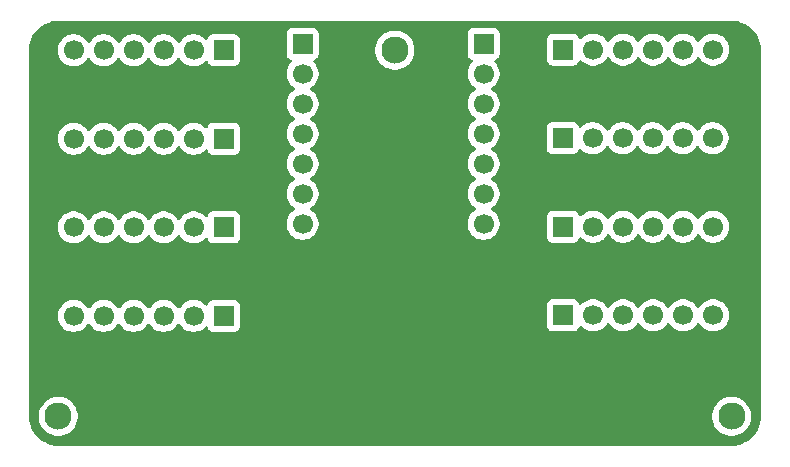
<source format=gbr>
%TF.GenerationSoftware,KiCad,Pcbnew,9.0.5*%
%TF.CreationDate,2025-10-12T20:06:32-04:00*%
%TF.ProjectId,switchboard-mk3,73776974-6368-4626-9f61-72642d6d6b33,rev?*%
%TF.SameCoordinates,Original*%
%TF.FileFunction,Copper,L1,Top*%
%TF.FilePolarity,Positive*%
%FSLAX46Y46*%
G04 Gerber Fmt 4.6, Leading zero omitted, Abs format (unit mm)*
G04 Created by KiCad (PCBNEW 9.0.5) date 2025-10-12 20:06:32*
%MOMM*%
%LPD*%
G01*
G04 APERTURE LIST*
%TA.AperFunction,ComponentPad*%
%ADD10C,2.300000*%
%TD*%
%TA.AperFunction,ComponentPad*%
%ADD11C,1.700000*%
%TD*%
%TA.AperFunction,ComponentPad*%
%ADD12R,1.700000X1.700000*%
%TD*%
G04 APERTURE END LIST*
D10*
%TO.P,REF\u002A\u002A,*%
%TO.N,*%
X199500000Y-61000000D03*
%TD*%
%TO.P,REF\u002A\u002A,*%
%TO.N,*%
X228000000Y-92000000D03*
%TD*%
%TO.P,REF\u002A\u002A,*%
%TO.N,*%
X171000000Y-92000000D03*
%TD*%
D11*
%TO.P,J10,7,Pin_7*%
%TO.N,LED5*%
X207000000Y-75700000D03*
%TO.P,J10,6,Pin_6*%
%TO.N,LED6*%
X207000000Y-73160000D03*
%TO.P,J10,5,Pin_5*%
%TO.N,LED7*%
X207000000Y-70620000D03*
%TO.P,J10,4,Pin_4*%
%TO.N,LED8*%
X207000000Y-68080000D03*
%TO.P,J10,3,Pin_3*%
%TO.N,unconnected-(J10-Pin_3-Pad3)*%
X207000000Y-65540000D03*
%TO.P,J10,2,Pin_2*%
%TO.N,GND*%
X207000000Y-63000000D03*
D12*
%TO.P,J10,1,Pin_1*%
%TO.N,unconnected-(J10-Pin_1-Pad1)*%
X207000000Y-60460000D03*
%TD*%
D11*
%TO.P,J9,7,Pin_7*%
%TO.N,Pull up*%
X191675000Y-75700000D03*
%TO.P,J9,6,Pin_6*%
%TO.N,unconnected-(J9-Pin_6-Pad6)*%
X191675000Y-73160000D03*
%TO.P,J9,5,Pin_5*%
%TO.N,unconnected-(J9-Pin_5-Pad5)*%
X191675000Y-70620000D03*
%TO.P,J9,4,Pin_4*%
%TO.N,LED4*%
X191675000Y-68080000D03*
%TO.P,J9,3,Pin_3*%
%TO.N,LED3*%
X191675000Y-65540000D03*
%TO.P,J9,2,Pin_2*%
%TO.N,LED2*%
X191675000Y-63000000D03*
D12*
%TO.P,J9,1,Pin_1*%
%TO.N,LED1*%
X191675000Y-60460000D03*
%TD*%
%TO.P,J4,1,Pin_1*%
%TO.N,Net-(J4-Pin_1)*%
X213740000Y-75950000D03*
D11*
%TO.P,J4,2,Pin_2*%
%TO.N,GND*%
X216280000Y-75950000D03*
%TO.P,J4,3,Pin_3*%
%TO.N,Pull up*%
X218820000Y-75950000D03*
%TO.P,J4,4,Pin_4*%
%TO.N,GND*%
X221360000Y-75950000D03*
%TO.P,J4,5,Pin_5*%
X223900000Y-75950000D03*
%TO.P,J4,6,Pin_6*%
%TO.N,Pull up*%
X226440000Y-75950000D03*
%TD*%
D12*
%TO.P,J8,1,Pin_1*%
%TO.N,Net-(J8-Pin_1)*%
X213740000Y-60950000D03*
D11*
%TO.P,J8,2,Pin_2*%
%TO.N,GND*%
X216280000Y-60950000D03*
%TO.P,J8,3,Pin_3*%
%TO.N,Pull up*%
X218820000Y-60950000D03*
%TO.P,J8,4,Pin_4*%
X221360000Y-60950000D03*
%TO.P,J8,5,Pin_5*%
%TO.N,GND*%
X223900000Y-60950000D03*
%TO.P,J8,6,Pin_6*%
%TO.N,Pull up*%
X226440000Y-60950000D03*
%TD*%
D12*
%TO.P,J1,1,Pin_1*%
%TO.N,Net-(J1-Pin_1)*%
X185000000Y-68500000D03*
D11*
%TO.P,J1,2,Pin_2*%
%TO.N,GND*%
X182460000Y-68500000D03*
%TO.P,J1,3,Pin_3*%
X179920000Y-68500000D03*
%TO.P,J1,4,Pin_4*%
X177380000Y-68500000D03*
%TO.P,J1,5,Pin_5*%
X174840000Y-68500000D03*
%TO.P,J1,6,Pin_6*%
%TO.N,Pull up*%
X172300000Y-68500000D03*
%TD*%
D12*
%TO.P,J3,1,Pin_1*%
%TO.N,Net-(J3-Pin_1)*%
X185000000Y-61000000D03*
D11*
%TO.P,J3,2,Pin_2*%
%TO.N,GND*%
X182460000Y-61000000D03*
%TO.P,J3,3,Pin_3*%
X179920000Y-61000000D03*
%TO.P,J3,4,Pin_4*%
X177380000Y-61000000D03*
%TO.P,J3,5,Pin_5*%
X174840000Y-61000000D03*
%TO.P,J3,6,Pin_6*%
X172300000Y-61000000D03*
%TD*%
D12*
%TO.P,J5,1,Pin_1*%
%TO.N,Net-(J5-Pin_1)*%
X213740000Y-83450000D03*
D11*
%TO.P,J5,2,Pin_2*%
%TO.N,GND*%
X216280000Y-83450000D03*
%TO.P,J5,3,Pin_3*%
%TO.N,Pull up*%
X218820000Y-83450000D03*
%TO.P,J5,4,Pin_4*%
%TO.N,GND*%
X221360000Y-83450000D03*
%TO.P,J5,5,Pin_5*%
X223900000Y-83450000D03*
%TO.P,J5,6,Pin_6*%
X226440000Y-83450000D03*
%TD*%
D12*
%TO.P,J2,1,Pin_1*%
%TO.N,Net-(J2-Pin_1)*%
X185000000Y-76000000D03*
D11*
%TO.P,J2,2,Pin_2*%
%TO.N,GND*%
X182460000Y-76000000D03*
%TO.P,J2,3,Pin_3*%
X179920000Y-76000000D03*
%TO.P,J2,4,Pin_4*%
%TO.N,Pull up*%
X177380000Y-76000000D03*
%TO.P,J2,5,Pin_5*%
%TO.N,GND*%
X174840000Y-76000000D03*
%TO.P,J2,6,Pin_6*%
X172300000Y-76000000D03*
%TD*%
D12*
%TO.P,J6,1,Pin_1*%
%TO.N,Net-(J6-Pin_1)*%
X185000000Y-83500000D03*
D11*
%TO.P,J6,2,Pin_2*%
%TO.N,GND*%
X182460000Y-83500000D03*
%TO.P,J6,3,Pin_3*%
X179920000Y-83500000D03*
%TO.P,J6,4,Pin_4*%
%TO.N,Pull up*%
X177380000Y-83500000D03*
%TO.P,J6,5,Pin_5*%
%TO.N,GND*%
X174840000Y-83500000D03*
%TO.P,J6,6,Pin_6*%
%TO.N,Pull up*%
X172300000Y-83500000D03*
%TD*%
D12*
%TO.P,J7,1,Pin_1*%
%TO.N,Net-(J7-Pin_1)*%
X213700000Y-68450000D03*
D11*
%TO.P,J7,2,Pin_2*%
%TO.N,GND*%
X216240000Y-68450000D03*
%TO.P,J7,3,Pin_3*%
%TO.N,Pull up*%
X218780000Y-68450000D03*
%TO.P,J7,4,Pin_4*%
X221320000Y-68450000D03*
%TO.P,J7,5,Pin_5*%
%TO.N,GND*%
X223860000Y-68450000D03*
%TO.P,J7,6,Pin_6*%
X226400000Y-68450000D03*
%TD*%
%TA.AperFunction,NonConductor*%
G36*
X228003736Y-58500726D02*
G01*
X228293796Y-58518271D01*
X228308659Y-58520076D01*
X228590798Y-58571780D01*
X228605335Y-58575363D01*
X228879172Y-58660695D01*
X228893163Y-58666000D01*
X229154743Y-58783727D01*
X229167989Y-58790680D01*
X229413465Y-58939075D01*
X229425776Y-58947573D01*
X229640642Y-59115909D01*
X229651573Y-59124473D01*
X229662781Y-59134403D01*
X229865596Y-59337218D01*
X229875526Y-59348426D01*
X229908207Y-59390140D01*
X230042951Y-59562129D01*
X230052422Y-59574217D01*
X230060926Y-59586537D01*
X230154342Y-59741066D01*
X230209316Y-59832004D01*
X230216275Y-59845263D01*
X230333997Y-60106831D01*
X230339306Y-60120832D01*
X230424635Y-60394663D01*
X230428219Y-60409201D01*
X230479923Y-60691340D01*
X230481728Y-60706205D01*
X230499274Y-60996263D01*
X230499500Y-61003750D01*
X230499500Y-91996249D01*
X230499274Y-92003736D01*
X230481728Y-92293794D01*
X230479923Y-92308659D01*
X230428219Y-92590798D01*
X230424635Y-92605336D01*
X230339306Y-92879167D01*
X230333997Y-92893168D01*
X230216275Y-93154736D01*
X230209316Y-93167995D01*
X230060928Y-93413459D01*
X230052422Y-93425782D01*
X229875526Y-93651573D01*
X229865596Y-93662781D01*
X229662781Y-93865596D01*
X229651573Y-93875526D01*
X229425782Y-94052422D01*
X229413459Y-94060928D01*
X229167995Y-94209316D01*
X229154736Y-94216275D01*
X228893168Y-94333997D01*
X228879167Y-94339306D01*
X228605336Y-94424635D01*
X228590798Y-94428219D01*
X228308659Y-94479923D01*
X228293794Y-94481728D01*
X228003736Y-94499274D01*
X227996249Y-94499500D01*
X171003751Y-94499500D01*
X170996264Y-94499274D01*
X170706205Y-94481728D01*
X170691340Y-94479923D01*
X170409201Y-94428219D01*
X170394663Y-94424635D01*
X170120832Y-94339306D01*
X170106831Y-94333997D01*
X169845263Y-94216275D01*
X169832004Y-94209316D01*
X169586540Y-94060928D01*
X169574217Y-94052422D01*
X169348426Y-93875526D01*
X169337218Y-93865596D01*
X169134403Y-93662781D01*
X169124473Y-93651573D01*
X169028897Y-93529579D01*
X168947573Y-93425776D01*
X168939075Y-93413465D01*
X168790680Y-93167989D01*
X168783727Y-93154743D01*
X168666000Y-92893163D01*
X168660693Y-92879167D01*
X168656295Y-92865054D01*
X168575363Y-92605335D01*
X168571780Y-92590798D01*
X168520076Y-92308659D01*
X168518271Y-92293794D01*
X168500726Y-92003736D01*
X168500500Y-91996249D01*
X168500500Y-91870097D01*
X169349500Y-91870097D01*
X169349500Y-92129902D01*
X169390140Y-92386493D01*
X169470422Y-92633576D01*
X169551534Y-92792764D01*
X169588366Y-92865051D01*
X169741069Y-93075229D01*
X169924771Y-93258931D01*
X170134949Y-93411634D01*
X170282445Y-93486787D01*
X170366423Y-93529577D01*
X170366425Y-93529577D01*
X170366428Y-93529579D01*
X170613507Y-93609860D01*
X170745706Y-93630797D01*
X170870098Y-93650500D01*
X170870103Y-93650500D01*
X171129902Y-93650500D01*
X171243298Y-93632539D01*
X171386493Y-93609860D01*
X171633572Y-93529579D01*
X171865051Y-93411634D01*
X172075229Y-93258931D01*
X172258931Y-93075229D01*
X172411634Y-92865051D01*
X172529579Y-92633572D01*
X172609860Y-92386493D01*
X172643837Y-92171969D01*
X172650500Y-92129902D01*
X172650500Y-91870097D01*
X226349500Y-91870097D01*
X226349500Y-92129902D01*
X226390140Y-92386493D01*
X226470422Y-92633576D01*
X226551534Y-92792764D01*
X226588366Y-92865051D01*
X226741069Y-93075229D01*
X226924771Y-93258931D01*
X227134949Y-93411634D01*
X227282445Y-93486787D01*
X227366423Y-93529577D01*
X227366425Y-93529577D01*
X227366428Y-93529579D01*
X227613507Y-93609860D01*
X227745706Y-93630797D01*
X227870098Y-93650500D01*
X227870103Y-93650500D01*
X228129902Y-93650500D01*
X228243298Y-93632539D01*
X228386493Y-93609860D01*
X228633572Y-93529579D01*
X228865051Y-93411634D01*
X229075229Y-93258931D01*
X229258931Y-93075229D01*
X229411634Y-92865051D01*
X229529579Y-92633572D01*
X229609860Y-92386493D01*
X229643837Y-92171969D01*
X229650500Y-92129902D01*
X229650500Y-91870097D01*
X229628947Y-91734021D01*
X229609860Y-91613507D01*
X229529579Y-91366428D01*
X229529577Y-91366425D01*
X229529577Y-91366423D01*
X229486787Y-91282445D01*
X229411634Y-91134949D01*
X229258931Y-90924771D01*
X229075229Y-90741069D01*
X228865051Y-90588366D01*
X228792764Y-90551534D01*
X228633576Y-90470422D01*
X228386493Y-90390140D01*
X228129902Y-90349500D01*
X228129897Y-90349500D01*
X227870103Y-90349500D01*
X227870098Y-90349500D01*
X227613506Y-90390140D01*
X227366423Y-90470422D01*
X227134945Y-90588368D01*
X226924774Y-90741066D01*
X226924768Y-90741071D01*
X226741071Y-90924768D01*
X226741066Y-90924774D01*
X226588368Y-91134945D01*
X226470422Y-91366423D01*
X226390140Y-91613506D01*
X226349500Y-91870097D01*
X172650500Y-91870097D01*
X172628947Y-91734021D01*
X172609860Y-91613507D01*
X172529579Y-91366428D01*
X172529577Y-91366425D01*
X172529577Y-91366423D01*
X172486787Y-91282445D01*
X172411634Y-91134949D01*
X172258931Y-90924771D01*
X172075229Y-90741069D01*
X171865051Y-90588366D01*
X171792764Y-90551534D01*
X171633576Y-90470422D01*
X171386493Y-90390140D01*
X171129902Y-90349500D01*
X171129897Y-90349500D01*
X170870103Y-90349500D01*
X170870098Y-90349500D01*
X170613506Y-90390140D01*
X170366423Y-90470422D01*
X170134945Y-90588368D01*
X169924774Y-90741066D01*
X169924768Y-90741071D01*
X169741071Y-90924768D01*
X169741066Y-90924774D01*
X169588368Y-91134945D01*
X169470422Y-91366423D01*
X169390140Y-91613506D01*
X169349500Y-91870097D01*
X168500500Y-91870097D01*
X168500500Y-83393713D01*
X170949500Y-83393713D01*
X170949500Y-83606286D01*
X170982753Y-83816239D01*
X171048444Y-84018414D01*
X171144951Y-84207820D01*
X171269890Y-84379786D01*
X171420213Y-84530109D01*
X171592179Y-84655048D01*
X171592181Y-84655049D01*
X171592184Y-84655051D01*
X171781588Y-84751557D01*
X171983757Y-84817246D01*
X172193713Y-84850500D01*
X172193714Y-84850500D01*
X172406286Y-84850500D01*
X172406287Y-84850500D01*
X172616243Y-84817246D01*
X172818412Y-84751557D01*
X173007816Y-84655051D01*
X173094138Y-84592335D01*
X173179786Y-84530109D01*
X173179788Y-84530106D01*
X173179792Y-84530104D01*
X173330104Y-84379792D01*
X173330106Y-84379788D01*
X173330109Y-84379786D01*
X173455048Y-84207820D01*
X173455047Y-84207820D01*
X173455051Y-84207816D01*
X173459514Y-84199054D01*
X173507488Y-84148259D01*
X173575308Y-84131463D01*
X173641444Y-84153999D01*
X173680486Y-84199056D01*
X173684951Y-84207820D01*
X173809890Y-84379786D01*
X173960213Y-84530109D01*
X174132179Y-84655048D01*
X174132181Y-84655049D01*
X174132184Y-84655051D01*
X174321588Y-84751557D01*
X174523757Y-84817246D01*
X174733713Y-84850500D01*
X174733714Y-84850500D01*
X174946286Y-84850500D01*
X174946287Y-84850500D01*
X175156243Y-84817246D01*
X175358412Y-84751557D01*
X175547816Y-84655051D01*
X175634138Y-84592335D01*
X175719786Y-84530109D01*
X175719788Y-84530106D01*
X175719792Y-84530104D01*
X175870104Y-84379792D01*
X175870106Y-84379788D01*
X175870109Y-84379786D01*
X175995048Y-84207820D01*
X175995047Y-84207820D01*
X175995051Y-84207816D01*
X175999514Y-84199054D01*
X176047488Y-84148259D01*
X176115308Y-84131463D01*
X176181444Y-84153999D01*
X176220486Y-84199056D01*
X176224951Y-84207820D01*
X176349890Y-84379786D01*
X176500213Y-84530109D01*
X176672179Y-84655048D01*
X176672181Y-84655049D01*
X176672184Y-84655051D01*
X176861588Y-84751557D01*
X177063757Y-84817246D01*
X177273713Y-84850500D01*
X177273714Y-84850500D01*
X177486286Y-84850500D01*
X177486287Y-84850500D01*
X177696243Y-84817246D01*
X177898412Y-84751557D01*
X178087816Y-84655051D01*
X178174138Y-84592335D01*
X178259786Y-84530109D01*
X178259788Y-84530106D01*
X178259792Y-84530104D01*
X178410104Y-84379792D01*
X178410106Y-84379788D01*
X178410109Y-84379786D01*
X178535048Y-84207820D01*
X178535047Y-84207820D01*
X178535051Y-84207816D01*
X178539514Y-84199054D01*
X178587488Y-84148259D01*
X178655308Y-84131463D01*
X178721444Y-84153999D01*
X178760486Y-84199056D01*
X178764951Y-84207820D01*
X178889890Y-84379786D01*
X179040213Y-84530109D01*
X179212179Y-84655048D01*
X179212181Y-84655049D01*
X179212184Y-84655051D01*
X179401588Y-84751557D01*
X179603757Y-84817246D01*
X179813713Y-84850500D01*
X179813714Y-84850500D01*
X180026286Y-84850500D01*
X180026287Y-84850500D01*
X180236243Y-84817246D01*
X180438412Y-84751557D01*
X180627816Y-84655051D01*
X180714138Y-84592335D01*
X180799786Y-84530109D01*
X180799788Y-84530106D01*
X180799792Y-84530104D01*
X180950104Y-84379792D01*
X180950106Y-84379788D01*
X180950109Y-84379786D01*
X181075048Y-84207820D01*
X181075047Y-84207820D01*
X181075051Y-84207816D01*
X181079514Y-84199054D01*
X181127488Y-84148259D01*
X181195308Y-84131463D01*
X181261444Y-84153999D01*
X181300486Y-84199056D01*
X181304951Y-84207820D01*
X181429890Y-84379786D01*
X181580213Y-84530109D01*
X181752179Y-84655048D01*
X181752181Y-84655049D01*
X181752184Y-84655051D01*
X181941588Y-84751557D01*
X182143757Y-84817246D01*
X182353713Y-84850500D01*
X182353714Y-84850500D01*
X182566286Y-84850500D01*
X182566287Y-84850500D01*
X182776243Y-84817246D01*
X182978412Y-84751557D01*
X183167816Y-84655051D01*
X183254147Y-84592328D01*
X183339784Y-84530110D01*
X183339784Y-84530109D01*
X183339792Y-84530104D01*
X183453329Y-84416566D01*
X183514648Y-84383084D01*
X183584340Y-84388068D01*
X183640274Y-84429939D01*
X183657189Y-84460917D01*
X183706202Y-84592328D01*
X183706206Y-84592335D01*
X183792452Y-84707544D01*
X183792455Y-84707547D01*
X183907664Y-84793793D01*
X183907671Y-84793797D01*
X184042517Y-84844091D01*
X184042516Y-84844091D01*
X184049444Y-84844835D01*
X184102127Y-84850500D01*
X185897872Y-84850499D01*
X185957483Y-84844091D01*
X186092331Y-84793796D01*
X186207546Y-84707546D01*
X186293796Y-84592331D01*
X186344091Y-84457483D01*
X186350500Y-84397873D01*
X186350499Y-82602128D01*
X186345125Y-82552135D01*
X212389500Y-82552135D01*
X212389500Y-84347870D01*
X212389501Y-84347876D01*
X212395908Y-84407483D01*
X212446202Y-84542328D01*
X212446206Y-84542335D01*
X212532452Y-84657544D01*
X212532455Y-84657547D01*
X212647664Y-84743793D01*
X212647671Y-84743797D01*
X212782517Y-84794091D01*
X212782516Y-84794091D01*
X212789444Y-84794835D01*
X212842127Y-84800500D01*
X214637872Y-84800499D01*
X214697483Y-84794091D01*
X214832331Y-84743796D01*
X214947546Y-84657546D01*
X215033796Y-84542331D01*
X215082810Y-84410916D01*
X215124681Y-84354984D01*
X215190145Y-84330566D01*
X215258418Y-84345417D01*
X215286673Y-84366569D01*
X215400213Y-84480109D01*
X215572179Y-84605048D01*
X215572181Y-84605049D01*
X215572184Y-84605051D01*
X215761588Y-84701557D01*
X215963757Y-84767246D01*
X216173713Y-84800500D01*
X216173714Y-84800500D01*
X216386286Y-84800500D01*
X216386287Y-84800500D01*
X216596243Y-84767246D01*
X216798412Y-84701557D01*
X216987816Y-84605051D01*
X217074138Y-84542335D01*
X217159786Y-84480109D01*
X217159788Y-84480106D01*
X217159792Y-84480104D01*
X217310104Y-84329792D01*
X217310106Y-84329788D01*
X217310109Y-84329786D01*
X217435048Y-84157820D01*
X217435047Y-84157820D01*
X217435051Y-84157816D01*
X217439514Y-84149054D01*
X217487488Y-84098259D01*
X217555308Y-84081463D01*
X217621444Y-84103999D01*
X217660486Y-84149056D01*
X217664951Y-84157820D01*
X217789890Y-84329786D01*
X217940213Y-84480109D01*
X218112179Y-84605048D01*
X218112181Y-84605049D01*
X218112184Y-84605051D01*
X218301588Y-84701557D01*
X218503757Y-84767246D01*
X218713713Y-84800500D01*
X218713714Y-84800500D01*
X218926286Y-84800500D01*
X218926287Y-84800500D01*
X219136243Y-84767246D01*
X219338412Y-84701557D01*
X219527816Y-84605051D01*
X219614138Y-84542335D01*
X219699786Y-84480109D01*
X219699788Y-84480106D01*
X219699792Y-84480104D01*
X219850104Y-84329792D01*
X219850106Y-84329788D01*
X219850109Y-84329786D01*
X219975048Y-84157820D01*
X219975047Y-84157820D01*
X219975051Y-84157816D01*
X219979514Y-84149054D01*
X220027488Y-84098259D01*
X220095308Y-84081463D01*
X220161444Y-84103999D01*
X220200486Y-84149056D01*
X220204951Y-84157820D01*
X220329890Y-84329786D01*
X220480213Y-84480109D01*
X220652179Y-84605048D01*
X220652181Y-84605049D01*
X220652184Y-84605051D01*
X220841588Y-84701557D01*
X221043757Y-84767246D01*
X221253713Y-84800500D01*
X221253714Y-84800500D01*
X221466286Y-84800500D01*
X221466287Y-84800500D01*
X221676243Y-84767246D01*
X221878412Y-84701557D01*
X222067816Y-84605051D01*
X222154138Y-84542335D01*
X222239786Y-84480109D01*
X222239788Y-84480106D01*
X222239792Y-84480104D01*
X222390104Y-84329792D01*
X222390106Y-84329788D01*
X222390109Y-84329786D01*
X222515048Y-84157820D01*
X222515047Y-84157820D01*
X222515051Y-84157816D01*
X222519514Y-84149054D01*
X222567488Y-84098259D01*
X222635308Y-84081463D01*
X222701444Y-84103999D01*
X222740486Y-84149056D01*
X222744951Y-84157820D01*
X222869890Y-84329786D01*
X223020213Y-84480109D01*
X223192179Y-84605048D01*
X223192181Y-84605049D01*
X223192184Y-84605051D01*
X223381588Y-84701557D01*
X223583757Y-84767246D01*
X223793713Y-84800500D01*
X223793714Y-84800500D01*
X224006286Y-84800500D01*
X224006287Y-84800500D01*
X224216243Y-84767246D01*
X224418412Y-84701557D01*
X224607816Y-84605051D01*
X224694138Y-84542335D01*
X224779786Y-84480109D01*
X224779788Y-84480106D01*
X224779792Y-84480104D01*
X224930104Y-84329792D01*
X224930106Y-84329788D01*
X224930109Y-84329786D01*
X225055048Y-84157820D01*
X225055047Y-84157820D01*
X225055051Y-84157816D01*
X225059514Y-84149054D01*
X225107488Y-84098259D01*
X225175308Y-84081463D01*
X225241444Y-84103999D01*
X225280486Y-84149056D01*
X225284951Y-84157820D01*
X225409890Y-84329786D01*
X225560213Y-84480109D01*
X225732179Y-84605048D01*
X225732181Y-84605049D01*
X225732184Y-84605051D01*
X225921588Y-84701557D01*
X226123757Y-84767246D01*
X226333713Y-84800500D01*
X226333714Y-84800500D01*
X226546286Y-84800500D01*
X226546287Y-84800500D01*
X226756243Y-84767246D01*
X226958412Y-84701557D01*
X227147816Y-84605051D01*
X227234138Y-84542335D01*
X227319786Y-84480109D01*
X227319788Y-84480106D01*
X227319792Y-84480104D01*
X227470104Y-84329792D01*
X227470106Y-84329788D01*
X227470109Y-84329786D01*
X227595048Y-84157820D01*
X227595047Y-84157820D01*
X227595051Y-84157816D01*
X227691557Y-83968412D01*
X227757246Y-83766243D01*
X227790500Y-83556287D01*
X227790500Y-83343713D01*
X227757246Y-83133757D01*
X227691557Y-82931588D01*
X227595051Y-82742184D01*
X227595049Y-82742181D01*
X227595048Y-82742179D01*
X227470109Y-82570213D01*
X227319786Y-82419890D01*
X227147820Y-82294951D01*
X226958414Y-82198444D01*
X226958413Y-82198443D01*
X226958412Y-82198443D01*
X226756243Y-82132754D01*
X226756241Y-82132753D01*
X226756240Y-82132753D01*
X226594957Y-82107208D01*
X226546287Y-82099500D01*
X226333713Y-82099500D01*
X226285042Y-82107208D01*
X226123760Y-82132753D01*
X225921585Y-82198444D01*
X225732179Y-82294951D01*
X225560213Y-82419890D01*
X225409890Y-82570213D01*
X225284949Y-82742182D01*
X225280484Y-82750946D01*
X225232509Y-82801742D01*
X225164688Y-82818536D01*
X225098553Y-82795998D01*
X225059516Y-82750946D01*
X225055050Y-82742182D01*
X224930109Y-82570213D01*
X224779786Y-82419890D01*
X224607820Y-82294951D01*
X224418414Y-82198444D01*
X224418413Y-82198443D01*
X224418412Y-82198443D01*
X224216243Y-82132754D01*
X224216241Y-82132753D01*
X224216240Y-82132753D01*
X224054957Y-82107208D01*
X224006287Y-82099500D01*
X223793713Y-82099500D01*
X223745042Y-82107208D01*
X223583760Y-82132753D01*
X223381585Y-82198444D01*
X223192179Y-82294951D01*
X223020213Y-82419890D01*
X222869890Y-82570213D01*
X222744949Y-82742182D01*
X222740484Y-82750946D01*
X222692509Y-82801742D01*
X222624688Y-82818536D01*
X222558553Y-82795998D01*
X222519516Y-82750946D01*
X222515050Y-82742182D01*
X222390109Y-82570213D01*
X222239786Y-82419890D01*
X222067820Y-82294951D01*
X221878414Y-82198444D01*
X221878413Y-82198443D01*
X221878412Y-82198443D01*
X221676243Y-82132754D01*
X221676241Y-82132753D01*
X221676240Y-82132753D01*
X221514957Y-82107208D01*
X221466287Y-82099500D01*
X221253713Y-82099500D01*
X221205042Y-82107208D01*
X221043760Y-82132753D01*
X220841585Y-82198444D01*
X220652179Y-82294951D01*
X220480213Y-82419890D01*
X220329890Y-82570213D01*
X220204949Y-82742182D01*
X220200484Y-82750946D01*
X220152509Y-82801742D01*
X220084688Y-82818536D01*
X220018553Y-82795998D01*
X219979516Y-82750946D01*
X219975050Y-82742182D01*
X219850109Y-82570213D01*
X219699786Y-82419890D01*
X219527820Y-82294951D01*
X219338414Y-82198444D01*
X219338413Y-82198443D01*
X219338412Y-82198443D01*
X219136243Y-82132754D01*
X219136241Y-82132753D01*
X219136240Y-82132753D01*
X218974957Y-82107208D01*
X218926287Y-82099500D01*
X218713713Y-82099500D01*
X218665042Y-82107208D01*
X218503760Y-82132753D01*
X218301585Y-82198444D01*
X218112179Y-82294951D01*
X217940213Y-82419890D01*
X217789890Y-82570213D01*
X217664949Y-82742182D01*
X217660484Y-82750946D01*
X217612509Y-82801742D01*
X217544688Y-82818536D01*
X217478553Y-82795998D01*
X217439516Y-82750946D01*
X217435050Y-82742182D01*
X217310109Y-82570213D01*
X217159786Y-82419890D01*
X216987820Y-82294951D01*
X216798414Y-82198444D01*
X216798413Y-82198443D01*
X216798412Y-82198443D01*
X216596243Y-82132754D01*
X216596241Y-82132753D01*
X216596240Y-82132753D01*
X216434957Y-82107208D01*
X216386287Y-82099500D01*
X216173713Y-82099500D01*
X216125042Y-82107208D01*
X215963760Y-82132753D01*
X215761585Y-82198444D01*
X215572179Y-82294951D01*
X215400215Y-82419889D01*
X215286673Y-82533431D01*
X215225350Y-82566915D01*
X215155658Y-82561931D01*
X215099725Y-82520059D01*
X215082810Y-82489082D01*
X215033797Y-82357671D01*
X215033793Y-82357664D01*
X214947547Y-82242455D01*
X214947544Y-82242452D01*
X214832335Y-82156206D01*
X214832328Y-82156202D01*
X214697482Y-82105908D01*
X214697483Y-82105908D01*
X214637883Y-82099501D01*
X214637881Y-82099500D01*
X214637873Y-82099500D01*
X214637864Y-82099500D01*
X212842129Y-82099500D01*
X212842123Y-82099501D01*
X212782516Y-82105908D01*
X212647671Y-82156202D01*
X212647664Y-82156206D01*
X212532455Y-82242452D01*
X212532452Y-82242455D01*
X212446206Y-82357664D01*
X212446202Y-82357671D01*
X212395908Y-82492517D01*
X212389501Y-82552116D01*
X212389500Y-82552135D01*
X186345125Y-82552135D01*
X186344091Y-82542517D01*
X186342810Y-82539083D01*
X186293797Y-82407671D01*
X186293793Y-82407664D01*
X186207547Y-82292455D01*
X186207544Y-82292452D01*
X186092335Y-82206206D01*
X186092328Y-82206202D01*
X185957482Y-82155908D01*
X185957483Y-82155908D01*
X185897883Y-82149501D01*
X185897881Y-82149500D01*
X185897873Y-82149500D01*
X185897864Y-82149500D01*
X184102129Y-82149500D01*
X184102123Y-82149501D01*
X184042516Y-82155908D01*
X183907671Y-82206202D01*
X183907664Y-82206206D01*
X183792455Y-82292452D01*
X183792452Y-82292455D01*
X183706206Y-82407664D01*
X183706203Y-82407669D01*
X183657189Y-82539083D01*
X183615317Y-82595016D01*
X183549853Y-82619433D01*
X183481580Y-82604581D01*
X183453326Y-82583430D01*
X183339786Y-82469890D01*
X183167820Y-82344951D01*
X182978414Y-82248444D01*
X182978413Y-82248443D01*
X182978412Y-82248443D01*
X182776243Y-82182754D01*
X182776241Y-82182753D01*
X182776240Y-82182753D01*
X182608601Y-82156202D01*
X182566287Y-82149500D01*
X182353713Y-82149500D01*
X182311399Y-82156202D01*
X182143760Y-82182753D01*
X181941585Y-82248444D01*
X181752179Y-82344951D01*
X181580213Y-82469890D01*
X181429890Y-82620213D01*
X181304949Y-82792182D01*
X181300484Y-82800946D01*
X181252509Y-82851742D01*
X181184688Y-82868536D01*
X181118553Y-82845998D01*
X181079516Y-82800946D01*
X181075050Y-82792182D01*
X180950109Y-82620213D01*
X180799786Y-82469890D01*
X180627820Y-82344951D01*
X180438414Y-82248444D01*
X180438413Y-82248443D01*
X180438412Y-82248443D01*
X180236243Y-82182754D01*
X180236241Y-82182753D01*
X180236240Y-82182753D01*
X180068601Y-82156202D01*
X180026287Y-82149500D01*
X179813713Y-82149500D01*
X179771399Y-82156202D01*
X179603760Y-82182753D01*
X179401585Y-82248444D01*
X179212179Y-82344951D01*
X179040213Y-82469890D01*
X178889890Y-82620213D01*
X178764949Y-82792182D01*
X178760484Y-82800946D01*
X178712509Y-82851742D01*
X178644688Y-82868536D01*
X178578553Y-82845998D01*
X178539516Y-82800946D01*
X178535050Y-82792182D01*
X178410109Y-82620213D01*
X178259786Y-82469890D01*
X178087820Y-82344951D01*
X177898414Y-82248444D01*
X177898413Y-82248443D01*
X177898412Y-82248443D01*
X177696243Y-82182754D01*
X177696241Y-82182753D01*
X177696240Y-82182753D01*
X177528601Y-82156202D01*
X177486287Y-82149500D01*
X177273713Y-82149500D01*
X177231399Y-82156202D01*
X177063760Y-82182753D01*
X176861585Y-82248444D01*
X176672179Y-82344951D01*
X176500213Y-82469890D01*
X176349890Y-82620213D01*
X176224949Y-82792182D01*
X176220484Y-82800946D01*
X176172509Y-82851742D01*
X176104688Y-82868536D01*
X176038553Y-82845998D01*
X175999516Y-82800946D01*
X175995050Y-82792182D01*
X175870109Y-82620213D01*
X175719786Y-82469890D01*
X175547820Y-82344951D01*
X175358414Y-82248444D01*
X175358413Y-82248443D01*
X175358412Y-82248443D01*
X175156243Y-82182754D01*
X175156241Y-82182753D01*
X175156240Y-82182753D01*
X174988601Y-82156202D01*
X174946287Y-82149500D01*
X174733713Y-82149500D01*
X174691399Y-82156202D01*
X174523760Y-82182753D01*
X174321585Y-82248444D01*
X174132179Y-82344951D01*
X173960213Y-82469890D01*
X173809890Y-82620213D01*
X173684949Y-82792182D01*
X173680484Y-82800946D01*
X173632509Y-82851742D01*
X173564688Y-82868536D01*
X173498553Y-82845998D01*
X173459516Y-82800946D01*
X173455050Y-82792182D01*
X173330109Y-82620213D01*
X173179786Y-82469890D01*
X173007820Y-82344951D01*
X172818414Y-82248444D01*
X172818413Y-82248443D01*
X172818412Y-82248443D01*
X172616243Y-82182754D01*
X172616241Y-82182753D01*
X172616240Y-82182753D01*
X172448601Y-82156202D01*
X172406287Y-82149500D01*
X172193713Y-82149500D01*
X172151399Y-82156202D01*
X171983760Y-82182753D01*
X171781585Y-82248444D01*
X171592179Y-82344951D01*
X171420213Y-82469890D01*
X171269890Y-82620213D01*
X171144951Y-82792179D01*
X171048444Y-82981585D01*
X170982753Y-83183760D01*
X170949500Y-83393713D01*
X168500500Y-83393713D01*
X168500500Y-75893713D01*
X170949500Y-75893713D01*
X170949500Y-76106286D01*
X170974834Y-76266243D01*
X170982754Y-76316243D01*
X171012509Y-76407820D01*
X171048444Y-76518414D01*
X171144951Y-76707820D01*
X171269890Y-76879786D01*
X171420213Y-77030109D01*
X171592179Y-77155048D01*
X171592181Y-77155049D01*
X171592184Y-77155051D01*
X171781588Y-77251557D01*
X171983757Y-77317246D01*
X172193713Y-77350500D01*
X172193714Y-77350500D01*
X172406286Y-77350500D01*
X172406287Y-77350500D01*
X172616243Y-77317246D01*
X172818412Y-77251557D01*
X173007816Y-77155051D01*
X173094138Y-77092335D01*
X173179786Y-77030109D01*
X173179788Y-77030106D01*
X173179792Y-77030104D01*
X173330104Y-76879792D01*
X173330106Y-76879788D01*
X173330109Y-76879786D01*
X173455048Y-76707820D01*
X173455047Y-76707820D01*
X173455051Y-76707816D01*
X173459514Y-76699054D01*
X173507488Y-76648259D01*
X173575308Y-76631463D01*
X173641444Y-76653999D01*
X173680486Y-76699056D01*
X173684951Y-76707820D01*
X173809890Y-76879786D01*
X173960213Y-77030109D01*
X174132179Y-77155048D01*
X174132181Y-77155049D01*
X174132184Y-77155051D01*
X174321588Y-77251557D01*
X174523757Y-77317246D01*
X174733713Y-77350500D01*
X174733714Y-77350500D01*
X174946286Y-77350500D01*
X174946287Y-77350500D01*
X175156243Y-77317246D01*
X175358412Y-77251557D01*
X175547816Y-77155051D01*
X175634138Y-77092335D01*
X175719786Y-77030109D01*
X175719788Y-77030106D01*
X175719792Y-77030104D01*
X175870104Y-76879792D01*
X175870106Y-76879788D01*
X175870109Y-76879786D01*
X175995048Y-76707820D01*
X175995047Y-76707820D01*
X175995051Y-76707816D01*
X175999514Y-76699054D01*
X176047488Y-76648259D01*
X176115308Y-76631463D01*
X176181444Y-76653999D01*
X176220486Y-76699056D01*
X176224951Y-76707820D01*
X176349890Y-76879786D01*
X176500213Y-77030109D01*
X176672179Y-77155048D01*
X176672181Y-77155049D01*
X176672184Y-77155051D01*
X176861588Y-77251557D01*
X177063757Y-77317246D01*
X177273713Y-77350500D01*
X177273714Y-77350500D01*
X177486286Y-77350500D01*
X177486287Y-77350500D01*
X177696243Y-77317246D01*
X177898412Y-77251557D01*
X178087816Y-77155051D01*
X178174138Y-77092335D01*
X178259786Y-77030109D01*
X178259788Y-77030106D01*
X178259792Y-77030104D01*
X178410104Y-76879792D01*
X178410106Y-76879788D01*
X178410109Y-76879786D01*
X178535048Y-76707820D01*
X178535047Y-76707820D01*
X178535051Y-76707816D01*
X178539514Y-76699054D01*
X178587488Y-76648259D01*
X178655308Y-76631463D01*
X178721444Y-76653999D01*
X178760486Y-76699056D01*
X178764951Y-76707820D01*
X178889890Y-76879786D01*
X179040213Y-77030109D01*
X179212179Y-77155048D01*
X179212181Y-77155049D01*
X179212184Y-77155051D01*
X179401588Y-77251557D01*
X179603757Y-77317246D01*
X179813713Y-77350500D01*
X179813714Y-77350500D01*
X180026286Y-77350500D01*
X180026287Y-77350500D01*
X180236243Y-77317246D01*
X180438412Y-77251557D01*
X180627816Y-77155051D01*
X180714138Y-77092335D01*
X180799786Y-77030109D01*
X180799788Y-77030106D01*
X180799792Y-77030104D01*
X180950104Y-76879792D01*
X180950106Y-76879788D01*
X180950109Y-76879786D01*
X181075048Y-76707820D01*
X181075047Y-76707820D01*
X181075051Y-76707816D01*
X181079514Y-76699054D01*
X181127488Y-76648259D01*
X181195308Y-76631463D01*
X181261444Y-76653999D01*
X181300486Y-76699056D01*
X181304951Y-76707820D01*
X181429890Y-76879786D01*
X181580213Y-77030109D01*
X181752179Y-77155048D01*
X181752181Y-77155049D01*
X181752184Y-77155051D01*
X181941588Y-77251557D01*
X182143757Y-77317246D01*
X182353713Y-77350500D01*
X182353714Y-77350500D01*
X182566286Y-77350500D01*
X182566287Y-77350500D01*
X182776243Y-77317246D01*
X182978412Y-77251557D01*
X183167816Y-77155051D01*
X183311719Y-77050500D01*
X183339784Y-77030110D01*
X183339784Y-77030109D01*
X183339792Y-77030104D01*
X183453329Y-76916566D01*
X183514648Y-76883084D01*
X183584340Y-76888068D01*
X183640274Y-76929939D01*
X183657189Y-76960917D01*
X183706202Y-77092328D01*
X183706206Y-77092335D01*
X183792452Y-77207544D01*
X183792455Y-77207547D01*
X183907664Y-77293793D01*
X183907671Y-77293797D01*
X184042517Y-77344091D01*
X184042516Y-77344091D01*
X184049444Y-77344835D01*
X184102127Y-77350500D01*
X185897872Y-77350499D01*
X185957483Y-77344091D01*
X186092331Y-77293796D01*
X186207546Y-77207546D01*
X186293796Y-77092331D01*
X186344091Y-76957483D01*
X186350500Y-76897873D01*
X186350499Y-75102128D01*
X186344091Y-75042517D01*
X186342810Y-75039083D01*
X186293797Y-74907671D01*
X186293793Y-74907664D01*
X186207547Y-74792455D01*
X186207544Y-74792452D01*
X186092335Y-74706206D01*
X186092328Y-74706202D01*
X185957482Y-74655908D01*
X185957483Y-74655908D01*
X185897883Y-74649501D01*
X185897881Y-74649500D01*
X185897873Y-74649500D01*
X185897864Y-74649500D01*
X184102129Y-74649500D01*
X184102123Y-74649501D01*
X184042516Y-74655908D01*
X183907671Y-74706202D01*
X183907664Y-74706206D01*
X183792455Y-74792452D01*
X183792452Y-74792455D01*
X183706206Y-74907664D01*
X183706203Y-74907669D01*
X183657189Y-75039083D01*
X183615317Y-75095016D01*
X183549853Y-75119433D01*
X183481580Y-75104581D01*
X183453326Y-75083430D01*
X183339786Y-74969890D01*
X183167820Y-74844951D01*
X182978414Y-74748444D01*
X182978413Y-74748443D01*
X182978412Y-74748443D01*
X182776243Y-74682754D01*
X182776241Y-74682753D01*
X182776240Y-74682753D01*
X182608601Y-74656202D01*
X182566287Y-74649500D01*
X182353713Y-74649500D01*
X182311399Y-74656202D01*
X182143760Y-74682753D01*
X181941585Y-74748444D01*
X181752179Y-74844951D01*
X181580213Y-74969890D01*
X181429890Y-75120213D01*
X181304949Y-75292182D01*
X181300484Y-75300946D01*
X181252509Y-75351742D01*
X181184688Y-75368536D01*
X181118553Y-75345998D01*
X181079516Y-75300946D01*
X181075050Y-75292182D01*
X180950109Y-75120213D01*
X180799786Y-74969890D01*
X180627820Y-74844951D01*
X180438414Y-74748444D01*
X180438413Y-74748443D01*
X180438412Y-74748443D01*
X180236243Y-74682754D01*
X180236241Y-74682753D01*
X180236240Y-74682753D01*
X180068601Y-74656202D01*
X180026287Y-74649500D01*
X179813713Y-74649500D01*
X179771399Y-74656202D01*
X179603760Y-74682753D01*
X179401585Y-74748444D01*
X179212179Y-74844951D01*
X179040213Y-74969890D01*
X178889890Y-75120213D01*
X178764949Y-75292182D01*
X178760484Y-75300946D01*
X178712509Y-75351742D01*
X178644688Y-75368536D01*
X178578553Y-75345998D01*
X178539516Y-75300946D01*
X178535050Y-75292182D01*
X178410109Y-75120213D01*
X178259786Y-74969890D01*
X178087820Y-74844951D01*
X177898414Y-74748444D01*
X177898413Y-74748443D01*
X177898412Y-74748443D01*
X177696243Y-74682754D01*
X177696241Y-74682753D01*
X177696240Y-74682753D01*
X177528601Y-74656202D01*
X177486287Y-74649500D01*
X177273713Y-74649500D01*
X177231399Y-74656202D01*
X177063760Y-74682753D01*
X176861585Y-74748444D01*
X176672179Y-74844951D01*
X176500213Y-74969890D01*
X176349890Y-75120213D01*
X176224949Y-75292182D01*
X176220484Y-75300946D01*
X176172509Y-75351742D01*
X176104688Y-75368536D01*
X176038553Y-75345998D01*
X175999516Y-75300946D01*
X175995050Y-75292182D01*
X175870109Y-75120213D01*
X175719786Y-74969890D01*
X175547820Y-74844951D01*
X175358414Y-74748444D01*
X175358413Y-74748443D01*
X175358412Y-74748443D01*
X175156243Y-74682754D01*
X175156241Y-74682753D01*
X175156240Y-74682753D01*
X174988601Y-74656202D01*
X174946287Y-74649500D01*
X174733713Y-74649500D01*
X174691399Y-74656202D01*
X174523760Y-74682753D01*
X174321585Y-74748444D01*
X174132179Y-74844951D01*
X173960213Y-74969890D01*
X173809890Y-75120213D01*
X173684949Y-75292182D01*
X173680484Y-75300946D01*
X173632509Y-75351742D01*
X173564688Y-75368536D01*
X173498553Y-75345998D01*
X173459516Y-75300946D01*
X173455050Y-75292182D01*
X173330109Y-75120213D01*
X173179786Y-74969890D01*
X173007820Y-74844951D01*
X172818414Y-74748444D01*
X172818413Y-74748443D01*
X172818412Y-74748443D01*
X172616243Y-74682754D01*
X172616241Y-74682753D01*
X172616240Y-74682753D01*
X172448601Y-74656202D01*
X172406287Y-74649500D01*
X172193713Y-74649500D01*
X172151399Y-74656202D01*
X171983760Y-74682753D01*
X171781585Y-74748444D01*
X171592179Y-74844951D01*
X171420213Y-74969890D01*
X171269890Y-75120213D01*
X171144951Y-75292179D01*
X171048444Y-75481585D01*
X170982753Y-75683760D01*
X170949500Y-75893713D01*
X168500500Y-75893713D01*
X168500500Y-68393713D01*
X170949500Y-68393713D01*
X170949500Y-68606286D01*
X170978251Y-68787816D01*
X170982754Y-68816243D01*
X171029394Y-68959786D01*
X171048444Y-69018414D01*
X171144951Y-69207820D01*
X171269890Y-69379786D01*
X171420213Y-69530109D01*
X171592179Y-69655048D01*
X171592181Y-69655049D01*
X171592184Y-69655051D01*
X171781588Y-69751557D01*
X171983757Y-69817246D01*
X172193713Y-69850500D01*
X172193714Y-69850500D01*
X172406286Y-69850500D01*
X172406287Y-69850500D01*
X172616243Y-69817246D01*
X172818412Y-69751557D01*
X173007816Y-69655051D01*
X173094138Y-69592335D01*
X173179786Y-69530109D01*
X173179788Y-69530106D01*
X173179792Y-69530104D01*
X173330104Y-69379792D01*
X173330106Y-69379788D01*
X173330109Y-69379786D01*
X173455048Y-69207820D01*
X173455047Y-69207820D01*
X173455051Y-69207816D01*
X173459514Y-69199054D01*
X173507488Y-69148259D01*
X173575308Y-69131463D01*
X173641444Y-69153999D01*
X173680486Y-69199056D01*
X173684951Y-69207820D01*
X173809890Y-69379786D01*
X173960213Y-69530109D01*
X174132179Y-69655048D01*
X174132181Y-69655049D01*
X174132184Y-69655051D01*
X174321588Y-69751557D01*
X174523757Y-69817246D01*
X174733713Y-69850500D01*
X174733714Y-69850500D01*
X174946286Y-69850500D01*
X174946287Y-69850500D01*
X175156243Y-69817246D01*
X175358412Y-69751557D01*
X175547816Y-69655051D01*
X175634138Y-69592335D01*
X175719786Y-69530109D01*
X175719788Y-69530106D01*
X175719792Y-69530104D01*
X175870104Y-69379792D01*
X175870106Y-69379788D01*
X175870109Y-69379786D01*
X175995048Y-69207820D01*
X175995047Y-69207820D01*
X175995051Y-69207816D01*
X175999514Y-69199054D01*
X176047488Y-69148259D01*
X176115308Y-69131463D01*
X176181444Y-69153999D01*
X176220486Y-69199056D01*
X176224951Y-69207820D01*
X176349890Y-69379786D01*
X176500213Y-69530109D01*
X176672179Y-69655048D01*
X176672181Y-69655049D01*
X176672184Y-69655051D01*
X176861588Y-69751557D01*
X177063757Y-69817246D01*
X177273713Y-69850500D01*
X177273714Y-69850500D01*
X177486286Y-69850500D01*
X177486287Y-69850500D01*
X177696243Y-69817246D01*
X177898412Y-69751557D01*
X178087816Y-69655051D01*
X178174138Y-69592335D01*
X178259786Y-69530109D01*
X178259788Y-69530106D01*
X178259792Y-69530104D01*
X178410104Y-69379792D01*
X178410106Y-69379788D01*
X178410109Y-69379786D01*
X178535048Y-69207820D01*
X178535047Y-69207820D01*
X178535051Y-69207816D01*
X178539514Y-69199054D01*
X178587488Y-69148259D01*
X178655308Y-69131463D01*
X178721444Y-69153999D01*
X178760486Y-69199056D01*
X178764951Y-69207820D01*
X178889890Y-69379786D01*
X179040213Y-69530109D01*
X179212179Y-69655048D01*
X179212181Y-69655049D01*
X179212184Y-69655051D01*
X179401588Y-69751557D01*
X179603757Y-69817246D01*
X179813713Y-69850500D01*
X179813714Y-69850500D01*
X180026286Y-69850500D01*
X180026287Y-69850500D01*
X180236243Y-69817246D01*
X180438412Y-69751557D01*
X180627816Y-69655051D01*
X180714138Y-69592335D01*
X180799786Y-69530109D01*
X180799788Y-69530106D01*
X180799792Y-69530104D01*
X180950104Y-69379792D01*
X180950106Y-69379788D01*
X180950109Y-69379786D01*
X181075048Y-69207820D01*
X181075047Y-69207820D01*
X181075051Y-69207816D01*
X181079514Y-69199054D01*
X181127488Y-69148259D01*
X181195308Y-69131463D01*
X181261444Y-69153999D01*
X181300486Y-69199056D01*
X181304951Y-69207820D01*
X181429890Y-69379786D01*
X181580213Y-69530109D01*
X181752179Y-69655048D01*
X181752181Y-69655049D01*
X181752184Y-69655051D01*
X181941588Y-69751557D01*
X182143757Y-69817246D01*
X182353713Y-69850500D01*
X182353714Y-69850500D01*
X182566286Y-69850500D01*
X182566287Y-69850500D01*
X182776243Y-69817246D01*
X182978412Y-69751557D01*
X183167816Y-69655051D01*
X183257503Y-69589890D01*
X183339784Y-69530110D01*
X183339784Y-69530109D01*
X183339792Y-69530104D01*
X183453329Y-69416566D01*
X183514648Y-69383084D01*
X183584340Y-69388068D01*
X183640274Y-69429939D01*
X183657189Y-69460917D01*
X183706202Y-69592328D01*
X183706206Y-69592335D01*
X183792452Y-69707544D01*
X183792455Y-69707547D01*
X183907664Y-69793793D01*
X183907671Y-69793797D01*
X184042517Y-69844091D01*
X184042516Y-69844091D01*
X184049444Y-69844835D01*
X184102127Y-69850500D01*
X185897872Y-69850499D01*
X185957483Y-69844091D01*
X186092331Y-69793796D01*
X186207546Y-69707546D01*
X186293796Y-69592331D01*
X186344091Y-69457483D01*
X186350500Y-69397873D01*
X186350499Y-67602128D01*
X186344091Y-67542517D01*
X186342810Y-67539083D01*
X186293797Y-67407671D01*
X186293793Y-67407664D01*
X186207547Y-67292455D01*
X186207544Y-67292452D01*
X186092335Y-67206206D01*
X186092328Y-67206202D01*
X185957482Y-67155908D01*
X185957483Y-67155908D01*
X185897883Y-67149501D01*
X185897881Y-67149500D01*
X185897873Y-67149500D01*
X185897864Y-67149500D01*
X184102129Y-67149500D01*
X184102123Y-67149501D01*
X184042516Y-67155908D01*
X183907671Y-67206202D01*
X183907664Y-67206206D01*
X183792455Y-67292452D01*
X183792452Y-67292455D01*
X183706206Y-67407664D01*
X183706203Y-67407669D01*
X183657189Y-67539083D01*
X183615317Y-67595016D01*
X183549853Y-67619433D01*
X183481580Y-67604581D01*
X183453326Y-67583430D01*
X183339786Y-67469890D01*
X183167820Y-67344951D01*
X182978414Y-67248444D01*
X182978413Y-67248443D01*
X182978412Y-67248443D01*
X182776243Y-67182754D01*
X182776241Y-67182753D01*
X182776240Y-67182753D01*
X182608601Y-67156202D01*
X182566287Y-67149500D01*
X182353713Y-67149500D01*
X182311399Y-67156202D01*
X182143760Y-67182753D01*
X181941585Y-67248444D01*
X181752179Y-67344951D01*
X181580213Y-67469890D01*
X181429890Y-67620213D01*
X181304949Y-67792182D01*
X181300484Y-67800946D01*
X181252509Y-67851742D01*
X181184688Y-67868536D01*
X181118553Y-67845998D01*
X181079516Y-67800946D01*
X181075050Y-67792182D01*
X180950109Y-67620213D01*
X180799786Y-67469890D01*
X180627820Y-67344951D01*
X180438414Y-67248444D01*
X180438413Y-67248443D01*
X180438412Y-67248443D01*
X180236243Y-67182754D01*
X180236241Y-67182753D01*
X180236240Y-67182753D01*
X180068601Y-67156202D01*
X180026287Y-67149500D01*
X179813713Y-67149500D01*
X179771399Y-67156202D01*
X179603760Y-67182753D01*
X179401585Y-67248444D01*
X179212179Y-67344951D01*
X179040213Y-67469890D01*
X178889890Y-67620213D01*
X178764949Y-67792182D01*
X178760484Y-67800946D01*
X178712509Y-67851742D01*
X178644688Y-67868536D01*
X178578553Y-67845998D01*
X178539516Y-67800946D01*
X178535050Y-67792182D01*
X178410109Y-67620213D01*
X178259786Y-67469890D01*
X178087820Y-67344951D01*
X177898414Y-67248444D01*
X177898413Y-67248443D01*
X177898412Y-67248443D01*
X177696243Y-67182754D01*
X177696241Y-67182753D01*
X177696240Y-67182753D01*
X177528601Y-67156202D01*
X177486287Y-67149500D01*
X177273713Y-67149500D01*
X177231399Y-67156202D01*
X177063760Y-67182753D01*
X176861585Y-67248444D01*
X176672179Y-67344951D01*
X176500213Y-67469890D01*
X176349890Y-67620213D01*
X176224949Y-67792182D01*
X176220484Y-67800946D01*
X176172509Y-67851742D01*
X176104688Y-67868536D01*
X176038553Y-67845998D01*
X175999516Y-67800946D01*
X175995050Y-67792182D01*
X175870109Y-67620213D01*
X175719786Y-67469890D01*
X175547820Y-67344951D01*
X175358414Y-67248444D01*
X175358413Y-67248443D01*
X175358412Y-67248443D01*
X175156243Y-67182754D01*
X175156241Y-67182753D01*
X175156240Y-67182753D01*
X174988601Y-67156202D01*
X174946287Y-67149500D01*
X174733713Y-67149500D01*
X174691399Y-67156202D01*
X174523760Y-67182753D01*
X174321585Y-67248444D01*
X174132179Y-67344951D01*
X173960213Y-67469890D01*
X173809890Y-67620213D01*
X173684949Y-67792182D01*
X173680484Y-67800946D01*
X173632509Y-67851742D01*
X173564688Y-67868536D01*
X173498553Y-67845998D01*
X173459516Y-67800946D01*
X173455050Y-67792182D01*
X173330109Y-67620213D01*
X173179786Y-67469890D01*
X173007820Y-67344951D01*
X172818414Y-67248444D01*
X172818413Y-67248443D01*
X172818412Y-67248443D01*
X172616243Y-67182754D01*
X172616241Y-67182753D01*
X172616240Y-67182753D01*
X172448601Y-67156202D01*
X172406287Y-67149500D01*
X172193713Y-67149500D01*
X172151399Y-67156202D01*
X171983760Y-67182753D01*
X171781585Y-67248444D01*
X171592179Y-67344951D01*
X171420213Y-67469890D01*
X171269890Y-67620213D01*
X171144951Y-67792179D01*
X171048444Y-67981585D01*
X170982753Y-68183760D01*
X170949500Y-68393713D01*
X168500500Y-68393713D01*
X168500500Y-61003750D01*
X168500726Y-60996263D01*
X168506929Y-60893713D01*
X170949500Y-60893713D01*
X170949500Y-61106287D01*
X170953240Y-61129902D01*
X170974834Y-61266243D01*
X170982754Y-61316243D01*
X170996281Y-61357876D01*
X171048444Y-61518414D01*
X171144951Y-61707820D01*
X171269890Y-61879786D01*
X171420213Y-62030109D01*
X171592179Y-62155048D01*
X171592181Y-62155049D01*
X171592184Y-62155051D01*
X171781588Y-62251557D01*
X171983757Y-62317246D01*
X172193713Y-62350500D01*
X172193714Y-62350500D01*
X172406286Y-62350500D01*
X172406287Y-62350500D01*
X172616243Y-62317246D01*
X172818412Y-62251557D01*
X173007816Y-62155051D01*
X173094138Y-62092335D01*
X173179786Y-62030109D01*
X173179788Y-62030106D01*
X173179792Y-62030104D01*
X173330104Y-61879792D01*
X173330106Y-61879788D01*
X173330109Y-61879786D01*
X173455048Y-61707820D01*
X173455047Y-61707820D01*
X173455051Y-61707816D01*
X173459514Y-61699054D01*
X173507488Y-61648259D01*
X173575308Y-61631463D01*
X173641444Y-61653999D01*
X173680486Y-61699056D01*
X173684951Y-61707820D01*
X173809890Y-61879786D01*
X173960213Y-62030109D01*
X174132179Y-62155048D01*
X174132181Y-62155049D01*
X174132184Y-62155051D01*
X174321588Y-62251557D01*
X174523757Y-62317246D01*
X174733713Y-62350500D01*
X174733714Y-62350500D01*
X174946286Y-62350500D01*
X174946287Y-62350500D01*
X175156243Y-62317246D01*
X175358412Y-62251557D01*
X175547816Y-62155051D01*
X175634138Y-62092335D01*
X175719786Y-62030109D01*
X175719788Y-62030106D01*
X175719792Y-62030104D01*
X175870104Y-61879792D01*
X175870106Y-61879788D01*
X175870109Y-61879786D01*
X175995048Y-61707820D01*
X175995047Y-61707820D01*
X175995051Y-61707816D01*
X175999514Y-61699054D01*
X176047488Y-61648259D01*
X176115308Y-61631463D01*
X176181444Y-61653999D01*
X176220486Y-61699056D01*
X176224951Y-61707820D01*
X176349890Y-61879786D01*
X176500213Y-62030109D01*
X176672179Y-62155048D01*
X176672181Y-62155049D01*
X176672184Y-62155051D01*
X176861588Y-62251557D01*
X177063757Y-62317246D01*
X177273713Y-62350500D01*
X177273714Y-62350500D01*
X177486286Y-62350500D01*
X177486287Y-62350500D01*
X177696243Y-62317246D01*
X177898412Y-62251557D01*
X178087816Y-62155051D01*
X178174138Y-62092335D01*
X178259786Y-62030109D01*
X178259788Y-62030106D01*
X178259792Y-62030104D01*
X178410104Y-61879792D01*
X178410106Y-61879788D01*
X178410109Y-61879786D01*
X178535048Y-61707820D01*
X178535047Y-61707820D01*
X178535051Y-61707816D01*
X178539514Y-61699054D01*
X178587488Y-61648259D01*
X178655308Y-61631463D01*
X178721444Y-61653999D01*
X178760486Y-61699056D01*
X178764951Y-61707820D01*
X178889890Y-61879786D01*
X179040213Y-62030109D01*
X179212179Y-62155048D01*
X179212181Y-62155049D01*
X179212184Y-62155051D01*
X179401588Y-62251557D01*
X179603757Y-62317246D01*
X179813713Y-62350500D01*
X179813714Y-62350500D01*
X180026286Y-62350500D01*
X180026287Y-62350500D01*
X180236243Y-62317246D01*
X180438412Y-62251557D01*
X180627816Y-62155051D01*
X180714138Y-62092335D01*
X180799786Y-62030109D01*
X180799788Y-62030106D01*
X180799792Y-62030104D01*
X180950104Y-61879792D01*
X180950106Y-61879788D01*
X180950109Y-61879786D01*
X181075048Y-61707820D01*
X181075047Y-61707820D01*
X181075051Y-61707816D01*
X181079514Y-61699054D01*
X181127488Y-61648259D01*
X181195308Y-61631463D01*
X181261444Y-61653999D01*
X181300486Y-61699056D01*
X181304951Y-61707820D01*
X181429890Y-61879786D01*
X181580213Y-62030109D01*
X181752179Y-62155048D01*
X181752181Y-62155049D01*
X181752184Y-62155051D01*
X181941588Y-62251557D01*
X182143757Y-62317246D01*
X182353713Y-62350500D01*
X182353714Y-62350500D01*
X182566286Y-62350500D01*
X182566287Y-62350500D01*
X182776243Y-62317246D01*
X182978412Y-62251557D01*
X183167816Y-62155051D01*
X183277688Y-62075225D01*
X183339784Y-62030110D01*
X183339784Y-62030109D01*
X183339792Y-62030104D01*
X183453329Y-61916566D01*
X183514648Y-61883084D01*
X183584340Y-61888068D01*
X183640274Y-61929939D01*
X183657189Y-61960917D01*
X183706202Y-62092328D01*
X183706206Y-62092335D01*
X183792452Y-62207544D01*
X183792455Y-62207547D01*
X183907664Y-62293793D01*
X183907671Y-62293797D01*
X184042517Y-62344091D01*
X184042516Y-62344091D01*
X184049444Y-62344835D01*
X184102127Y-62350500D01*
X185897872Y-62350499D01*
X185957483Y-62344091D01*
X186092331Y-62293796D01*
X186207546Y-62207546D01*
X186293796Y-62092331D01*
X186344091Y-61957483D01*
X186350500Y-61897873D01*
X186350499Y-60102128D01*
X186344091Y-60042517D01*
X186342810Y-60039083D01*
X186293797Y-59907671D01*
X186293793Y-59907664D01*
X186207547Y-59792455D01*
X186207544Y-59792452D01*
X186092335Y-59706206D01*
X186092328Y-59706202D01*
X186008637Y-59674988D01*
X185957482Y-59655908D01*
X185957483Y-59655908D01*
X185897883Y-59649501D01*
X185897881Y-59649500D01*
X185897873Y-59649500D01*
X185897864Y-59649500D01*
X184102129Y-59649500D01*
X184102123Y-59649501D01*
X184042516Y-59655908D01*
X183907671Y-59706202D01*
X183907664Y-59706206D01*
X183792455Y-59792452D01*
X183792452Y-59792455D01*
X183706206Y-59907664D01*
X183706203Y-59907669D01*
X183657189Y-60039083D01*
X183615317Y-60095016D01*
X183549853Y-60119433D01*
X183481580Y-60104581D01*
X183453326Y-60083430D01*
X183339786Y-59969890D01*
X183167820Y-59844951D01*
X182978414Y-59748444D01*
X182978413Y-59748443D01*
X182978412Y-59748443D01*
X182776243Y-59682754D01*
X182776241Y-59682753D01*
X182776240Y-59682753D01*
X182608601Y-59656202D01*
X182566287Y-59649500D01*
X182353713Y-59649500D01*
X182311399Y-59656202D01*
X182143760Y-59682753D01*
X181941585Y-59748444D01*
X181752179Y-59844951D01*
X181580213Y-59969890D01*
X181429890Y-60120213D01*
X181304949Y-60292182D01*
X181300484Y-60300946D01*
X181252509Y-60351742D01*
X181184688Y-60368536D01*
X181118553Y-60345998D01*
X181079516Y-60300946D01*
X181075050Y-60292182D01*
X180950109Y-60120213D01*
X180799786Y-59969890D01*
X180627820Y-59844951D01*
X180438414Y-59748444D01*
X180438413Y-59748443D01*
X180438412Y-59748443D01*
X180236243Y-59682754D01*
X180236241Y-59682753D01*
X180236240Y-59682753D01*
X180068601Y-59656202D01*
X180026287Y-59649500D01*
X179813713Y-59649500D01*
X179771399Y-59656202D01*
X179603760Y-59682753D01*
X179401585Y-59748444D01*
X179212179Y-59844951D01*
X179040213Y-59969890D01*
X178889890Y-60120213D01*
X178764949Y-60292182D01*
X178760484Y-60300946D01*
X178712509Y-60351742D01*
X178644688Y-60368536D01*
X178578553Y-60345998D01*
X178539516Y-60300946D01*
X178535050Y-60292182D01*
X178410109Y-60120213D01*
X178259786Y-59969890D01*
X178087820Y-59844951D01*
X177898414Y-59748444D01*
X177898413Y-59748443D01*
X177898412Y-59748443D01*
X177696243Y-59682754D01*
X177696241Y-59682753D01*
X177696240Y-59682753D01*
X177528601Y-59656202D01*
X177486287Y-59649500D01*
X177273713Y-59649500D01*
X177231399Y-59656202D01*
X177063760Y-59682753D01*
X176861585Y-59748444D01*
X176672179Y-59844951D01*
X176500213Y-59969890D01*
X176349890Y-60120213D01*
X176224949Y-60292182D01*
X176220484Y-60300946D01*
X176172509Y-60351742D01*
X176104688Y-60368536D01*
X176038553Y-60345998D01*
X175999516Y-60300946D01*
X175995050Y-60292182D01*
X175870109Y-60120213D01*
X175719786Y-59969890D01*
X175547820Y-59844951D01*
X175358414Y-59748444D01*
X175358413Y-59748443D01*
X175358412Y-59748443D01*
X175156243Y-59682754D01*
X175156241Y-59682753D01*
X175156240Y-59682753D01*
X174988601Y-59656202D01*
X174946287Y-59649500D01*
X174733713Y-59649500D01*
X174691399Y-59656202D01*
X174523760Y-59682753D01*
X174321585Y-59748444D01*
X174132179Y-59844951D01*
X173960213Y-59969890D01*
X173809890Y-60120213D01*
X173684949Y-60292182D01*
X173680484Y-60300946D01*
X173632509Y-60351742D01*
X173564688Y-60368536D01*
X173498553Y-60345998D01*
X173459516Y-60300946D01*
X173455050Y-60292182D01*
X173330109Y-60120213D01*
X173179786Y-59969890D01*
X173007820Y-59844951D01*
X172818414Y-59748444D01*
X172818413Y-59748443D01*
X172818412Y-59748443D01*
X172616243Y-59682754D01*
X172616241Y-59682753D01*
X172616240Y-59682753D01*
X172448601Y-59656202D01*
X172406287Y-59649500D01*
X172193713Y-59649500D01*
X172151399Y-59656202D01*
X171983760Y-59682753D01*
X171781585Y-59748444D01*
X171592179Y-59844951D01*
X171420213Y-59969890D01*
X171269890Y-60120213D01*
X171144951Y-60292179D01*
X171048444Y-60481585D01*
X170982753Y-60683760D01*
X170959903Y-60828031D01*
X170949500Y-60893713D01*
X168506929Y-60893713D01*
X168507677Y-60881354D01*
X168518271Y-60706205D01*
X168520076Y-60691340D01*
X168530629Y-60633757D01*
X168571780Y-60409197D01*
X168575364Y-60394663D01*
X168660696Y-60120822D01*
X168665998Y-60106841D01*
X168783731Y-59845249D01*
X168790676Y-59832016D01*
X168939080Y-59586526D01*
X168947567Y-59574230D01*
X168957043Y-59562135D01*
X190324500Y-59562135D01*
X190324500Y-61357870D01*
X190324501Y-61357876D01*
X190330908Y-61417483D01*
X190381202Y-61552328D01*
X190381206Y-61552335D01*
X190467452Y-61667544D01*
X190467455Y-61667547D01*
X190582664Y-61753793D01*
X190582671Y-61753797D01*
X190714082Y-61802810D01*
X190770016Y-61844681D01*
X190794433Y-61910145D01*
X190779582Y-61978418D01*
X190758431Y-62006673D01*
X190644889Y-62120215D01*
X190519951Y-62292179D01*
X190423444Y-62481585D01*
X190357753Y-62683760D01*
X190324500Y-62893713D01*
X190324500Y-63106286D01*
X190357753Y-63316239D01*
X190423444Y-63518414D01*
X190519951Y-63707820D01*
X190644890Y-63879786D01*
X190795213Y-64030109D01*
X190967182Y-64155050D01*
X190975946Y-64159516D01*
X191026742Y-64207491D01*
X191043536Y-64275312D01*
X191020998Y-64341447D01*
X190975946Y-64380484D01*
X190967182Y-64384949D01*
X190795213Y-64509890D01*
X190644890Y-64660213D01*
X190519951Y-64832179D01*
X190423444Y-65021585D01*
X190357753Y-65223760D01*
X190324500Y-65433713D01*
X190324500Y-65646286D01*
X190357753Y-65856239D01*
X190423444Y-66058414D01*
X190519951Y-66247820D01*
X190644890Y-66419786D01*
X190795213Y-66570109D01*
X190967182Y-66695050D01*
X190975946Y-66699516D01*
X191026742Y-66747491D01*
X191043536Y-66815312D01*
X191020998Y-66881447D01*
X190975946Y-66920484D01*
X190967182Y-66924949D01*
X190795213Y-67049890D01*
X190644890Y-67200213D01*
X190519951Y-67372179D01*
X190423444Y-67561585D01*
X190423443Y-67561587D01*
X190423443Y-67561588D01*
X190390598Y-67662672D01*
X190357753Y-67763760D01*
X190331172Y-67931585D01*
X190324500Y-67973713D01*
X190324500Y-68186287D01*
X190357754Y-68396243D01*
X190409755Y-68556286D01*
X190423444Y-68598414D01*
X190519951Y-68787820D01*
X190644890Y-68959786D01*
X190795213Y-69110109D01*
X190967182Y-69235050D01*
X190975946Y-69239516D01*
X191026742Y-69287491D01*
X191043536Y-69355312D01*
X191020998Y-69421447D01*
X190975946Y-69460484D01*
X190967182Y-69464949D01*
X190795213Y-69589890D01*
X190644890Y-69740213D01*
X190519951Y-69912179D01*
X190423444Y-70101585D01*
X190357753Y-70303760D01*
X190324500Y-70513713D01*
X190324500Y-70726286D01*
X190357753Y-70936239D01*
X190423444Y-71138414D01*
X190519951Y-71327820D01*
X190644890Y-71499786D01*
X190795213Y-71650109D01*
X190967182Y-71775050D01*
X190975946Y-71779516D01*
X191026742Y-71827491D01*
X191043536Y-71895312D01*
X191020998Y-71961447D01*
X190975946Y-72000484D01*
X190967182Y-72004949D01*
X190795213Y-72129890D01*
X190644890Y-72280213D01*
X190519951Y-72452179D01*
X190423444Y-72641585D01*
X190357753Y-72843760D01*
X190324500Y-73053713D01*
X190324500Y-73266286D01*
X190357753Y-73476239D01*
X190423444Y-73678414D01*
X190519951Y-73867820D01*
X190644890Y-74039786D01*
X190795213Y-74190109D01*
X190967182Y-74315050D01*
X190975946Y-74319516D01*
X191026742Y-74367491D01*
X191043536Y-74435312D01*
X191020998Y-74501447D01*
X190975946Y-74540484D01*
X190967182Y-74544949D01*
X190795213Y-74669890D01*
X190644890Y-74820213D01*
X190519951Y-74992179D01*
X190423444Y-75181585D01*
X190357753Y-75383760D01*
X190350178Y-75431588D01*
X190324500Y-75593713D01*
X190324500Y-75806287D01*
X190357754Y-76016243D01*
X190387011Y-76106287D01*
X190423444Y-76218414D01*
X190519951Y-76407820D01*
X190644890Y-76579786D01*
X190795213Y-76730109D01*
X190967179Y-76855048D01*
X190967181Y-76855049D01*
X190967184Y-76855051D01*
X191156588Y-76951557D01*
X191358757Y-77017246D01*
X191568713Y-77050500D01*
X191568714Y-77050500D01*
X191781286Y-77050500D01*
X191781287Y-77050500D01*
X191991243Y-77017246D01*
X192193412Y-76951557D01*
X192382816Y-76855051D01*
X192417591Y-76829786D01*
X192554786Y-76730109D01*
X192554788Y-76730106D01*
X192554792Y-76730104D01*
X192705104Y-76579792D01*
X192705106Y-76579788D01*
X192705109Y-76579786D01*
X192830048Y-76407820D01*
X192830047Y-76407820D01*
X192830051Y-76407816D01*
X192926557Y-76218412D01*
X192992246Y-76016243D01*
X193025500Y-75806287D01*
X193025500Y-75593713D01*
X192992246Y-75383757D01*
X192926557Y-75181588D01*
X192830051Y-74992184D01*
X192830049Y-74992181D01*
X192830048Y-74992179D01*
X192705109Y-74820213D01*
X192554786Y-74669890D01*
X192382820Y-74544951D01*
X192382115Y-74544591D01*
X192374054Y-74540485D01*
X192323259Y-74492512D01*
X192306463Y-74424692D01*
X192328999Y-74358556D01*
X192374054Y-74319515D01*
X192382816Y-74315051D01*
X192404789Y-74299086D01*
X192554786Y-74190109D01*
X192554788Y-74190106D01*
X192554792Y-74190104D01*
X192705104Y-74039792D01*
X192705106Y-74039788D01*
X192705109Y-74039786D01*
X192830048Y-73867820D01*
X192830047Y-73867820D01*
X192830051Y-73867816D01*
X192926557Y-73678412D01*
X192992246Y-73476243D01*
X193025500Y-73266287D01*
X193025500Y-73053713D01*
X192992246Y-72843757D01*
X192926557Y-72641588D01*
X192830051Y-72452184D01*
X192830049Y-72452181D01*
X192830048Y-72452179D01*
X192705109Y-72280213D01*
X192554786Y-72129890D01*
X192382820Y-72004951D01*
X192382115Y-72004591D01*
X192374054Y-72000485D01*
X192323259Y-71952512D01*
X192306463Y-71884692D01*
X192328999Y-71818556D01*
X192374054Y-71779515D01*
X192382816Y-71775051D01*
X192404789Y-71759086D01*
X192554786Y-71650109D01*
X192554788Y-71650106D01*
X192554792Y-71650104D01*
X192705104Y-71499792D01*
X192705106Y-71499788D01*
X192705109Y-71499786D01*
X192830048Y-71327820D01*
X192830047Y-71327820D01*
X192830051Y-71327816D01*
X192926557Y-71138412D01*
X192992246Y-70936243D01*
X193025500Y-70726287D01*
X193025500Y-70513713D01*
X192992246Y-70303757D01*
X192926557Y-70101588D01*
X192830051Y-69912184D01*
X192830049Y-69912181D01*
X192830048Y-69912179D01*
X192705109Y-69740213D01*
X192554786Y-69589890D01*
X192382820Y-69464951D01*
X192382115Y-69464591D01*
X192374054Y-69460485D01*
X192323259Y-69412512D01*
X192306463Y-69344692D01*
X192328999Y-69278556D01*
X192374054Y-69239515D01*
X192382816Y-69235051D01*
X192432359Y-69199056D01*
X192554786Y-69110109D01*
X192554788Y-69110106D01*
X192554792Y-69110104D01*
X192705104Y-68959792D01*
X192705106Y-68959788D01*
X192705109Y-68959786D01*
X192830048Y-68787820D01*
X192830047Y-68787820D01*
X192830051Y-68787816D01*
X192926557Y-68598412D01*
X192992246Y-68396243D01*
X193025500Y-68186287D01*
X193025500Y-67973713D01*
X192992246Y-67763757D01*
X192926557Y-67561588D01*
X192830051Y-67372184D01*
X192830049Y-67372181D01*
X192830048Y-67372179D01*
X192705109Y-67200213D01*
X192554786Y-67049890D01*
X192382820Y-66924951D01*
X192382115Y-66924591D01*
X192374054Y-66920485D01*
X192323259Y-66872512D01*
X192306463Y-66804692D01*
X192328999Y-66738556D01*
X192374054Y-66699515D01*
X192382816Y-66695051D01*
X192404789Y-66679086D01*
X192554786Y-66570109D01*
X192554788Y-66570106D01*
X192554792Y-66570104D01*
X192705104Y-66419792D01*
X192705106Y-66419788D01*
X192705109Y-66419786D01*
X192830048Y-66247820D01*
X192830047Y-66247820D01*
X192830051Y-66247816D01*
X192926557Y-66058412D01*
X192992246Y-65856243D01*
X193025500Y-65646287D01*
X193025500Y-65433713D01*
X192992246Y-65223757D01*
X192926557Y-65021588D01*
X192830051Y-64832184D01*
X192830049Y-64832181D01*
X192830048Y-64832179D01*
X192705109Y-64660213D01*
X192554786Y-64509890D01*
X192382820Y-64384951D01*
X192382115Y-64384591D01*
X192374054Y-64380485D01*
X192323259Y-64332512D01*
X192306463Y-64264692D01*
X192328999Y-64198556D01*
X192374054Y-64159515D01*
X192382816Y-64155051D01*
X192404789Y-64139086D01*
X192554786Y-64030109D01*
X192554788Y-64030106D01*
X192554792Y-64030104D01*
X192705104Y-63879792D01*
X192705106Y-63879788D01*
X192705109Y-63879786D01*
X192830048Y-63707820D01*
X192830047Y-63707820D01*
X192830051Y-63707816D01*
X192926557Y-63518412D01*
X192992246Y-63316243D01*
X193025500Y-63106287D01*
X193025500Y-62893713D01*
X192992246Y-62683757D01*
X192926557Y-62481588D01*
X192830051Y-62292184D01*
X192830049Y-62292181D01*
X192830048Y-62292179D01*
X192705109Y-62120213D01*
X192591569Y-62006673D01*
X192558084Y-61945350D01*
X192563068Y-61875658D01*
X192604940Y-61819725D01*
X192635915Y-61802810D01*
X192767331Y-61753796D01*
X192882546Y-61667546D01*
X192968796Y-61552331D01*
X193019091Y-61417483D01*
X193025500Y-61357873D01*
X193025499Y-60870097D01*
X197849500Y-60870097D01*
X197849500Y-61129902D01*
X197890140Y-61386493D01*
X197970422Y-61633576D01*
X198008250Y-61707816D01*
X198079613Y-61847873D01*
X198088368Y-61865054D01*
X198164540Y-61969896D01*
X198241069Y-62075229D01*
X198424771Y-62258931D01*
X198634949Y-62411634D01*
X198772235Y-62481585D01*
X198866423Y-62529577D01*
X198866425Y-62529577D01*
X198866428Y-62529579D01*
X199113507Y-62609860D01*
X199245706Y-62630797D01*
X199370098Y-62650500D01*
X199370103Y-62650500D01*
X199629902Y-62650500D01*
X199743298Y-62632539D01*
X199886493Y-62609860D01*
X200133572Y-62529579D01*
X200365051Y-62411634D01*
X200575229Y-62258931D01*
X200758931Y-62075229D01*
X200911634Y-61865051D01*
X201029579Y-61633572D01*
X201109860Y-61386493D01*
X201132539Y-61243298D01*
X201150500Y-61129902D01*
X201150500Y-60870097D01*
X201128947Y-60734021D01*
X201109860Y-60613507D01*
X201029579Y-60366428D01*
X201029577Y-60366425D01*
X201029577Y-60366423D01*
X200986787Y-60282445D01*
X200911634Y-60134949D01*
X200758931Y-59924771D01*
X200575229Y-59741069D01*
X200462440Y-59659123D01*
X200462439Y-59659122D01*
X200365054Y-59588368D01*
X200365053Y-59588367D01*
X200365051Y-59588366D01*
X200313570Y-59562135D01*
X205649500Y-59562135D01*
X205649500Y-61357870D01*
X205649501Y-61357876D01*
X205655908Y-61417483D01*
X205706202Y-61552328D01*
X205706206Y-61552335D01*
X205792452Y-61667544D01*
X205792455Y-61667547D01*
X205907664Y-61753793D01*
X205907671Y-61753797D01*
X206039082Y-61802810D01*
X206095016Y-61844681D01*
X206119433Y-61910145D01*
X206104582Y-61978418D01*
X206083431Y-62006673D01*
X205969889Y-62120215D01*
X205844951Y-62292179D01*
X205748444Y-62481585D01*
X205682753Y-62683760D01*
X205649500Y-62893713D01*
X205649500Y-63106286D01*
X205682753Y-63316239D01*
X205748444Y-63518414D01*
X205844951Y-63707820D01*
X205969890Y-63879786D01*
X206120213Y-64030109D01*
X206292182Y-64155050D01*
X206300946Y-64159516D01*
X206351742Y-64207491D01*
X206368536Y-64275312D01*
X206345998Y-64341447D01*
X206300946Y-64380484D01*
X206292182Y-64384949D01*
X206120213Y-64509890D01*
X205969890Y-64660213D01*
X205844951Y-64832179D01*
X205748444Y-65021585D01*
X205682753Y-65223760D01*
X205649500Y-65433713D01*
X205649500Y-65646286D01*
X205682753Y-65856239D01*
X205748444Y-66058414D01*
X205844951Y-66247820D01*
X205969890Y-66419786D01*
X206120213Y-66570109D01*
X206292182Y-66695050D01*
X206300946Y-66699516D01*
X206351742Y-66747491D01*
X206368536Y-66815312D01*
X206345998Y-66881447D01*
X206300946Y-66920484D01*
X206292182Y-66924949D01*
X206120213Y-67049890D01*
X205969890Y-67200213D01*
X205844951Y-67372179D01*
X205748444Y-67561585D01*
X205748443Y-67561587D01*
X205748443Y-67561588D01*
X205715598Y-67662672D01*
X205682753Y-67763760D01*
X205656172Y-67931585D01*
X205649500Y-67973713D01*
X205649500Y-68186287D01*
X205682754Y-68396243D01*
X205734755Y-68556286D01*
X205748444Y-68598414D01*
X205844951Y-68787820D01*
X205969890Y-68959786D01*
X206120213Y-69110109D01*
X206292182Y-69235050D01*
X206300946Y-69239516D01*
X206351742Y-69287491D01*
X206368536Y-69355312D01*
X206345998Y-69421447D01*
X206300946Y-69460484D01*
X206292182Y-69464949D01*
X206120213Y-69589890D01*
X205969890Y-69740213D01*
X205844951Y-69912179D01*
X205748444Y-70101585D01*
X205682753Y-70303760D01*
X205649500Y-70513713D01*
X205649500Y-70726286D01*
X205682753Y-70936239D01*
X205748444Y-71138414D01*
X205844951Y-71327820D01*
X205969890Y-71499786D01*
X206120213Y-71650109D01*
X206292182Y-71775050D01*
X206300946Y-71779516D01*
X206351742Y-71827491D01*
X206368536Y-71895312D01*
X206345998Y-71961447D01*
X206300946Y-72000484D01*
X206292182Y-72004949D01*
X206120213Y-72129890D01*
X205969890Y-72280213D01*
X205844951Y-72452179D01*
X205748444Y-72641585D01*
X205682753Y-72843760D01*
X205649500Y-73053713D01*
X205649500Y-73266286D01*
X205682753Y-73476239D01*
X205748444Y-73678414D01*
X205844951Y-73867820D01*
X205969890Y-74039786D01*
X206120213Y-74190109D01*
X206292182Y-74315050D01*
X206300946Y-74319516D01*
X206351742Y-74367491D01*
X206368536Y-74435312D01*
X206345998Y-74501447D01*
X206300946Y-74540484D01*
X206292182Y-74544949D01*
X206120213Y-74669890D01*
X205969890Y-74820213D01*
X205844951Y-74992179D01*
X205748444Y-75181585D01*
X205682753Y-75383760D01*
X205675178Y-75431588D01*
X205649500Y-75593713D01*
X205649500Y-75806287D01*
X205682754Y-76016243D01*
X205712011Y-76106287D01*
X205748444Y-76218414D01*
X205844951Y-76407820D01*
X205969890Y-76579786D01*
X206120213Y-76730109D01*
X206292179Y-76855048D01*
X206292181Y-76855049D01*
X206292184Y-76855051D01*
X206481588Y-76951557D01*
X206683757Y-77017246D01*
X206893713Y-77050500D01*
X206893714Y-77050500D01*
X207106286Y-77050500D01*
X207106287Y-77050500D01*
X207316243Y-77017246D01*
X207518412Y-76951557D01*
X207707816Y-76855051D01*
X207742591Y-76829786D01*
X207879786Y-76730109D01*
X207879788Y-76730106D01*
X207879792Y-76730104D01*
X208030104Y-76579792D01*
X208030106Y-76579788D01*
X208030109Y-76579786D01*
X208155048Y-76407820D01*
X208155047Y-76407820D01*
X208155051Y-76407816D01*
X208251557Y-76218412D01*
X208317246Y-76016243D01*
X208350500Y-75806287D01*
X208350500Y-75593713D01*
X208317246Y-75383757D01*
X208251557Y-75181588D01*
X208185598Y-75052135D01*
X212389500Y-75052135D01*
X212389500Y-76847870D01*
X212389501Y-76847876D01*
X212395908Y-76907483D01*
X212446202Y-77042328D01*
X212446206Y-77042335D01*
X212532452Y-77157544D01*
X212532455Y-77157547D01*
X212647664Y-77243793D01*
X212647671Y-77243797D01*
X212782517Y-77294091D01*
X212782516Y-77294091D01*
X212789444Y-77294835D01*
X212842127Y-77300500D01*
X214637872Y-77300499D01*
X214697483Y-77294091D01*
X214832331Y-77243796D01*
X214947546Y-77157546D01*
X215033796Y-77042331D01*
X215082810Y-76910916D01*
X215124681Y-76854984D01*
X215190145Y-76830566D01*
X215258418Y-76845417D01*
X215286673Y-76866569D01*
X215400213Y-76980109D01*
X215572179Y-77105048D01*
X215572181Y-77105049D01*
X215572184Y-77105051D01*
X215761588Y-77201557D01*
X215963757Y-77267246D01*
X216173713Y-77300500D01*
X216173714Y-77300500D01*
X216386286Y-77300500D01*
X216386287Y-77300500D01*
X216596243Y-77267246D01*
X216798412Y-77201557D01*
X216987816Y-77105051D01*
X217074138Y-77042335D01*
X217159786Y-76980109D01*
X217159788Y-76980106D01*
X217159792Y-76980104D01*
X217310104Y-76829792D01*
X217310106Y-76829788D01*
X217310109Y-76829786D01*
X217435048Y-76657820D01*
X217435047Y-76657820D01*
X217435051Y-76657816D01*
X217439514Y-76649054D01*
X217487488Y-76598259D01*
X217555308Y-76581463D01*
X217621444Y-76603999D01*
X217660486Y-76649056D01*
X217664951Y-76657820D01*
X217789890Y-76829786D01*
X217940213Y-76980109D01*
X218112179Y-77105048D01*
X218112181Y-77105049D01*
X218112184Y-77105051D01*
X218301588Y-77201557D01*
X218503757Y-77267246D01*
X218713713Y-77300500D01*
X218713714Y-77300500D01*
X218926286Y-77300500D01*
X218926287Y-77300500D01*
X219136243Y-77267246D01*
X219338412Y-77201557D01*
X219527816Y-77105051D01*
X219614138Y-77042335D01*
X219699786Y-76980109D01*
X219699788Y-76980106D01*
X219699792Y-76980104D01*
X219850104Y-76829792D01*
X219850106Y-76829788D01*
X219850109Y-76829786D01*
X219975048Y-76657820D01*
X219975047Y-76657820D01*
X219975051Y-76657816D01*
X219979514Y-76649054D01*
X220027488Y-76598259D01*
X220095308Y-76581463D01*
X220161444Y-76603999D01*
X220200486Y-76649056D01*
X220204951Y-76657820D01*
X220329890Y-76829786D01*
X220480213Y-76980109D01*
X220652179Y-77105048D01*
X220652181Y-77105049D01*
X220652184Y-77105051D01*
X220841588Y-77201557D01*
X221043757Y-77267246D01*
X221253713Y-77300500D01*
X221253714Y-77300500D01*
X221466286Y-77300500D01*
X221466287Y-77300500D01*
X221676243Y-77267246D01*
X221878412Y-77201557D01*
X222067816Y-77105051D01*
X222154138Y-77042335D01*
X222239786Y-76980109D01*
X222239788Y-76980106D01*
X222239792Y-76980104D01*
X222390104Y-76829792D01*
X222390106Y-76829788D01*
X222390109Y-76829786D01*
X222515048Y-76657820D01*
X222515047Y-76657820D01*
X222515051Y-76657816D01*
X222519514Y-76649054D01*
X222567488Y-76598259D01*
X222635308Y-76581463D01*
X222701444Y-76603999D01*
X222740486Y-76649056D01*
X222744951Y-76657820D01*
X222869890Y-76829786D01*
X223020213Y-76980109D01*
X223192179Y-77105048D01*
X223192181Y-77105049D01*
X223192184Y-77105051D01*
X223381588Y-77201557D01*
X223583757Y-77267246D01*
X223793713Y-77300500D01*
X223793714Y-77300500D01*
X224006286Y-77300500D01*
X224006287Y-77300500D01*
X224216243Y-77267246D01*
X224418412Y-77201557D01*
X224607816Y-77105051D01*
X224694138Y-77042335D01*
X224779786Y-76980109D01*
X224779788Y-76980106D01*
X224779792Y-76980104D01*
X224930104Y-76829792D01*
X224930106Y-76829788D01*
X224930109Y-76829786D01*
X225055048Y-76657820D01*
X225055047Y-76657820D01*
X225055051Y-76657816D01*
X225059514Y-76649054D01*
X225107488Y-76598259D01*
X225175308Y-76581463D01*
X225241444Y-76603999D01*
X225280486Y-76649056D01*
X225284951Y-76657820D01*
X225409890Y-76829786D01*
X225560213Y-76980109D01*
X225732179Y-77105048D01*
X225732181Y-77105049D01*
X225732184Y-77105051D01*
X225921588Y-77201557D01*
X226123757Y-77267246D01*
X226333713Y-77300500D01*
X226333714Y-77300500D01*
X226546286Y-77300500D01*
X226546287Y-77300500D01*
X226756243Y-77267246D01*
X226958412Y-77201557D01*
X227147816Y-77105051D01*
X227234138Y-77042335D01*
X227319786Y-76980109D01*
X227319788Y-76980106D01*
X227319792Y-76980104D01*
X227470104Y-76829792D01*
X227470106Y-76829788D01*
X227470109Y-76829786D01*
X227595048Y-76657820D01*
X227595047Y-76657820D01*
X227595051Y-76657816D01*
X227691557Y-76468412D01*
X227757246Y-76266243D01*
X227790500Y-76056287D01*
X227790500Y-75843713D01*
X227757246Y-75633757D01*
X227691557Y-75431588D01*
X227595051Y-75242184D01*
X227595049Y-75242181D01*
X227595048Y-75242179D01*
X227470109Y-75070213D01*
X227319786Y-74919890D01*
X227147820Y-74794951D01*
X226958414Y-74698444D01*
X226958413Y-74698443D01*
X226958412Y-74698443D01*
X226756243Y-74632754D01*
X226756241Y-74632753D01*
X226756240Y-74632753D01*
X226594957Y-74607208D01*
X226546287Y-74599500D01*
X226333713Y-74599500D01*
X226285042Y-74607208D01*
X226123760Y-74632753D01*
X225921585Y-74698444D01*
X225732179Y-74794951D01*
X225560213Y-74919890D01*
X225409890Y-75070213D01*
X225284949Y-75242182D01*
X225280484Y-75250946D01*
X225232509Y-75301742D01*
X225164688Y-75318536D01*
X225098553Y-75295998D01*
X225059516Y-75250946D01*
X225055050Y-75242182D01*
X224930109Y-75070213D01*
X224779786Y-74919890D01*
X224607820Y-74794951D01*
X224418414Y-74698444D01*
X224418413Y-74698443D01*
X224418412Y-74698443D01*
X224216243Y-74632754D01*
X224216241Y-74632753D01*
X224216240Y-74632753D01*
X224054957Y-74607208D01*
X224006287Y-74599500D01*
X223793713Y-74599500D01*
X223745042Y-74607208D01*
X223583760Y-74632753D01*
X223381585Y-74698444D01*
X223192179Y-74794951D01*
X223020213Y-74919890D01*
X222869890Y-75070213D01*
X222744949Y-75242182D01*
X222740484Y-75250946D01*
X222692509Y-75301742D01*
X222624688Y-75318536D01*
X222558553Y-75295998D01*
X222519516Y-75250946D01*
X222515050Y-75242182D01*
X222390109Y-75070213D01*
X222239786Y-74919890D01*
X222067820Y-74794951D01*
X221878414Y-74698444D01*
X221878413Y-74698443D01*
X221878412Y-74698443D01*
X221676243Y-74632754D01*
X221676241Y-74632753D01*
X221676240Y-74632753D01*
X221514957Y-74607208D01*
X221466287Y-74599500D01*
X221253713Y-74599500D01*
X221205042Y-74607208D01*
X221043760Y-74632753D01*
X220841585Y-74698444D01*
X220652179Y-74794951D01*
X220480213Y-74919890D01*
X220329890Y-75070213D01*
X220204949Y-75242182D01*
X220200484Y-75250946D01*
X220152509Y-75301742D01*
X220084688Y-75318536D01*
X220018553Y-75295998D01*
X219979516Y-75250946D01*
X219975050Y-75242182D01*
X219850109Y-75070213D01*
X219699786Y-74919890D01*
X219527820Y-74794951D01*
X219338414Y-74698444D01*
X219338413Y-74698443D01*
X219338412Y-74698443D01*
X219136243Y-74632754D01*
X219136241Y-74632753D01*
X219136240Y-74632753D01*
X218974957Y-74607208D01*
X218926287Y-74599500D01*
X218713713Y-74599500D01*
X218665042Y-74607208D01*
X218503760Y-74632753D01*
X218301585Y-74698444D01*
X218112179Y-74794951D01*
X217940213Y-74919890D01*
X217789890Y-75070213D01*
X217664949Y-75242182D01*
X217660484Y-75250946D01*
X217612509Y-75301742D01*
X217544688Y-75318536D01*
X217478553Y-75295998D01*
X217439516Y-75250946D01*
X217435050Y-75242182D01*
X217310109Y-75070213D01*
X217159786Y-74919890D01*
X216987820Y-74794951D01*
X216798414Y-74698444D01*
X216798413Y-74698443D01*
X216798412Y-74698443D01*
X216596243Y-74632754D01*
X216596241Y-74632753D01*
X216596240Y-74632753D01*
X216434957Y-74607208D01*
X216386287Y-74599500D01*
X216173713Y-74599500D01*
X216125042Y-74607208D01*
X215963760Y-74632753D01*
X215761585Y-74698444D01*
X215572179Y-74794951D01*
X215400215Y-74919889D01*
X215286673Y-75033431D01*
X215225350Y-75066915D01*
X215155658Y-75061931D01*
X215099725Y-75020059D01*
X215082810Y-74989082D01*
X215033797Y-74857671D01*
X215033793Y-74857664D01*
X214947547Y-74742455D01*
X214947544Y-74742452D01*
X214832335Y-74656206D01*
X214832328Y-74656202D01*
X214697482Y-74605908D01*
X214697483Y-74605908D01*
X214637883Y-74599501D01*
X214637881Y-74599500D01*
X214637873Y-74599500D01*
X214637864Y-74599500D01*
X212842129Y-74599500D01*
X212842123Y-74599501D01*
X212782516Y-74605908D01*
X212647671Y-74656202D01*
X212647664Y-74656206D01*
X212532455Y-74742452D01*
X212532452Y-74742455D01*
X212446206Y-74857664D01*
X212446202Y-74857671D01*
X212395908Y-74992517D01*
X212389501Y-75052116D01*
X212389500Y-75052135D01*
X208185598Y-75052135D01*
X208155051Y-74992184D01*
X208155049Y-74992181D01*
X208155048Y-74992179D01*
X208030109Y-74820213D01*
X207879786Y-74669890D01*
X207707820Y-74544951D01*
X207707115Y-74544591D01*
X207699054Y-74540485D01*
X207648259Y-74492512D01*
X207631463Y-74424692D01*
X207653999Y-74358556D01*
X207699054Y-74319515D01*
X207707816Y-74315051D01*
X207729789Y-74299086D01*
X207879786Y-74190109D01*
X207879788Y-74190106D01*
X207879792Y-74190104D01*
X208030104Y-74039792D01*
X208030106Y-74039788D01*
X208030109Y-74039786D01*
X208155048Y-73867820D01*
X208155047Y-73867820D01*
X208155051Y-73867816D01*
X208251557Y-73678412D01*
X208317246Y-73476243D01*
X208350500Y-73266287D01*
X208350500Y-73053713D01*
X208317246Y-72843757D01*
X208251557Y-72641588D01*
X208155051Y-72452184D01*
X208155049Y-72452181D01*
X208155048Y-72452179D01*
X208030109Y-72280213D01*
X207879786Y-72129890D01*
X207707820Y-72004951D01*
X207707115Y-72004591D01*
X207699054Y-72000485D01*
X207648259Y-71952512D01*
X207631463Y-71884692D01*
X207653999Y-71818556D01*
X207699054Y-71779515D01*
X207707816Y-71775051D01*
X207729789Y-71759086D01*
X207879786Y-71650109D01*
X207879788Y-71650106D01*
X207879792Y-71650104D01*
X208030104Y-71499792D01*
X208030106Y-71499788D01*
X208030109Y-71499786D01*
X208155048Y-71327820D01*
X208155047Y-71327820D01*
X208155051Y-71327816D01*
X208251557Y-71138412D01*
X208317246Y-70936243D01*
X208350500Y-70726287D01*
X208350500Y-70513713D01*
X208317246Y-70303757D01*
X208251557Y-70101588D01*
X208155051Y-69912184D01*
X208155049Y-69912181D01*
X208155048Y-69912179D01*
X208030109Y-69740213D01*
X207879786Y-69589890D01*
X207707820Y-69464951D01*
X207707115Y-69464591D01*
X207699054Y-69460485D01*
X207648259Y-69412512D01*
X207631463Y-69344692D01*
X207653999Y-69278556D01*
X207699054Y-69239515D01*
X207707816Y-69235051D01*
X207757359Y-69199056D01*
X207879786Y-69110109D01*
X207879788Y-69110106D01*
X207879792Y-69110104D01*
X208030104Y-68959792D01*
X208030106Y-68959788D01*
X208030109Y-68959786D01*
X208155048Y-68787820D01*
X208155047Y-68787820D01*
X208155051Y-68787816D01*
X208251557Y-68598412D01*
X208317246Y-68396243D01*
X208350500Y-68186287D01*
X208350500Y-67973713D01*
X208317246Y-67763757D01*
X208251557Y-67561588D01*
X208251555Y-67561585D01*
X208251555Y-67561583D01*
X208246741Y-67552135D01*
X212349500Y-67552135D01*
X212349500Y-69347870D01*
X212349501Y-69347876D01*
X212355908Y-69407483D01*
X212406202Y-69542328D01*
X212406206Y-69542335D01*
X212492452Y-69657544D01*
X212492455Y-69657547D01*
X212607664Y-69743793D01*
X212607671Y-69743797D01*
X212742517Y-69794091D01*
X212742516Y-69794091D01*
X212749444Y-69794835D01*
X212802127Y-69800500D01*
X214597872Y-69800499D01*
X214657483Y-69794091D01*
X214792331Y-69743796D01*
X214907546Y-69657546D01*
X214993796Y-69542331D01*
X215042810Y-69410916D01*
X215084681Y-69354984D01*
X215150145Y-69330566D01*
X215218418Y-69345417D01*
X215246673Y-69366569D01*
X215360213Y-69480109D01*
X215532179Y-69605048D01*
X215532181Y-69605049D01*
X215532184Y-69605051D01*
X215721588Y-69701557D01*
X215923757Y-69767246D01*
X216133713Y-69800500D01*
X216133714Y-69800500D01*
X216346286Y-69800500D01*
X216346287Y-69800500D01*
X216556243Y-69767246D01*
X216758412Y-69701557D01*
X216947816Y-69605051D01*
X217034138Y-69542335D01*
X217119786Y-69480109D01*
X217119788Y-69480106D01*
X217119792Y-69480104D01*
X217270104Y-69329792D01*
X217270106Y-69329788D01*
X217270109Y-69329786D01*
X217395048Y-69157820D01*
X217395047Y-69157820D01*
X217395051Y-69157816D01*
X217399514Y-69149054D01*
X217447488Y-69098259D01*
X217515308Y-69081463D01*
X217581444Y-69103999D01*
X217620486Y-69149056D01*
X217624951Y-69157820D01*
X217749890Y-69329786D01*
X217900213Y-69480109D01*
X218072179Y-69605048D01*
X218072181Y-69605049D01*
X218072184Y-69605051D01*
X218261588Y-69701557D01*
X218463757Y-69767246D01*
X218673713Y-69800500D01*
X218673714Y-69800500D01*
X218886286Y-69800500D01*
X218886287Y-69800500D01*
X219096243Y-69767246D01*
X219298412Y-69701557D01*
X219487816Y-69605051D01*
X219574138Y-69542335D01*
X219659786Y-69480109D01*
X219659788Y-69480106D01*
X219659792Y-69480104D01*
X219810104Y-69329792D01*
X219810106Y-69329788D01*
X219810109Y-69329786D01*
X219935048Y-69157820D01*
X219935047Y-69157820D01*
X219935051Y-69157816D01*
X219939514Y-69149054D01*
X219987488Y-69098259D01*
X220055308Y-69081463D01*
X220121444Y-69103999D01*
X220160486Y-69149056D01*
X220164951Y-69157820D01*
X220289890Y-69329786D01*
X220440213Y-69480109D01*
X220612179Y-69605048D01*
X220612181Y-69605049D01*
X220612184Y-69605051D01*
X220801588Y-69701557D01*
X221003757Y-69767246D01*
X221213713Y-69800500D01*
X221213714Y-69800500D01*
X221426286Y-69800500D01*
X221426287Y-69800500D01*
X221636243Y-69767246D01*
X221838412Y-69701557D01*
X222027816Y-69605051D01*
X222114138Y-69542335D01*
X222199786Y-69480109D01*
X222199788Y-69480106D01*
X222199792Y-69480104D01*
X222350104Y-69329792D01*
X222350106Y-69329788D01*
X222350109Y-69329786D01*
X222475048Y-69157820D01*
X222475047Y-69157820D01*
X222475051Y-69157816D01*
X222479514Y-69149054D01*
X222527488Y-69098259D01*
X222595308Y-69081463D01*
X222661444Y-69103999D01*
X222700486Y-69149056D01*
X222704951Y-69157820D01*
X222829890Y-69329786D01*
X222980213Y-69480109D01*
X223152179Y-69605048D01*
X223152181Y-69605049D01*
X223152184Y-69605051D01*
X223341588Y-69701557D01*
X223543757Y-69767246D01*
X223753713Y-69800500D01*
X223753714Y-69800500D01*
X223966286Y-69800500D01*
X223966287Y-69800500D01*
X224176243Y-69767246D01*
X224378412Y-69701557D01*
X224567816Y-69605051D01*
X224654138Y-69542335D01*
X224739786Y-69480109D01*
X224739788Y-69480106D01*
X224739792Y-69480104D01*
X224890104Y-69329792D01*
X224890106Y-69329788D01*
X224890109Y-69329786D01*
X225015048Y-69157820D01*
X225015047Y-69157820D01*
X225015051Y-69157816D01*
X225019514Y-69149054D01*
X225067488Y-69098259D01*
X225135308Y-69081463D01*
X225201444Y-69103999D01*
X225240486Y-69149056D01*
X225244951Y-69157820D01*
X225369890Y-69329786D01*
X225520213Y-69480109D01*
X225692179Y-69605048D01*
X225692181Y-69605049D01*
X225692184Y-69605051D01*
X225881588Y-69701557D01*
X226083757Y-69767246D01*
X226293713Y-69800500D01*
X226293714Y-69800500D01*
X226506286Y-69800500D01*
X226506287Y-69800500D01*
X226716243Y-69767246D01*
X226918412Y-69701557D01*
X227107816Y-69605051D01*
X227194138Y-69542335D01*
X227279786Y-69480109D01*
X227279788Y-69480106D01*
X227279792Y-69480104D01*
X227430104Y-69329792D01*
X227430106Y-69329788D01*
X227430109Y-69329786D01*
X227555048Y-69157820D01*
X227555047Y-69157820D01*
X227555051Y-69157816D01*
X227651557Y-68968412D01*
X227717246Y-68766243D01*
X227750500Y-68556287D01*
X227750500Y-68343713D01*
X227717246Y-68133757D01*
X227651557Y-67931588D01*
X227555051Y-67742184D01*
X227555049Y-67742181D01*
X227555048Y-67742179D01*
X227430109Y-67570213D01*
X227279786Y-67419890D01*
X227107820Y-67294951D01*
X226918414Y-67198444D01*
X226918413Y-67198443D01*
X226918412Y-67198443D01*
X226716243Y-67132754D01*
X226716241Y-67132753D01*
X226716240Y-67132753D01*
X226554957Y-67107208D01*
X226506287Y-67099500D01*
X226293713Y-67099500D01*
X226245042Y-67107208D01*
X226083760Y-67132753D01*
X225881585Y-67198444D01*
X225692179Y-67294951D01*
X225520213Y-67419890D01*
X225369890Y-67570213D01*
X225244949Y-67742182D01*
X225240484Y-67750946D01*
X225192509Y-67801742D01*
X225124688Y-67818536D01*
X225058553Y-67795998D01*
X225019516Y-67750946D01*
X225015050Y-67742182D01*
X224890109Y-67570213D01*
X224739786Y-67419890D01*
X224567820Y-67294951D01*
X224378414Y-67198444D01*
X224378413Y-67198443D01*
X224378412Y-67198443D01*
X224176243Y-67132754D01*
X224176241Y-67132753D01*
X224176240Y-67132753D01*
X224014957Y-67107208D01*
X223966287Y-67099500D01*
X223753713Y-67099500D01*
X223705042Y-67107208D01*
X223543760Y-67132753D01*
X223341585Y-67198444D01*
X223152179Y-67294951D01*
X222980213Y-67419890D01*
X222829890Y-67570213D01*
X222704949Y-67742182D01*
X222700484Y-67750946D01*
X222652509Y-67801742D01*
X222584688Y-67818536D01*
X222518553Y-67795998D01*
X222479516Y-67750946D01*
X222475050Y-67742182D01*
X222350109Y-67570213D01*
X222199786Y-67419890D01*
X222027820Y-67294951D01*
X221838414Y-67198444D01*
X221838413Y-67198443D01*
X221838412Y-67198443D01*
X221636243Y-67132754D01*
X221636241Y-67132753D01*
X221636240Y-67132753D01*
X221474957Y-67107208D01*
X221426287Y-67099500D01*
X221213713Y-67099500D01*
X221165042Y-67107208D01*
X221003760Y-67132753D01*
X220801585Y-67198444D01*
X220612179Y-67294951D01*
X220440213Y-67419890D01*
X220289890Y-67570213D01*
X220164949Y-67742182D01*
X220160484Y-67750946D01*
X220112509Y-67801742D01*
X220044688Y-67818536D01*
X219978553Y-67795998D01*
X219939516Y-67750946D01*
X219935050Y-67742182D01*
X219810109Y-67570213D01*
X219659786Y-67419890D01*
X219487820Y-67294951D01*
X219298414Y-67198444D01*
X219298413Y-67198443D01*
X219298412Y-67198443D01*
X219096243Y-67132754D01*
X219096241Y-67132753D01*
X219096240Y-67132753D01*
X218934957Y-67107208D01*
X218886287Y-67099500D01*
X218673713Y-67099500D01*
X218625042Y-67107208D01*
X218463760Y-67132753D01*
X218261585Y-67198444D01*
X218072179Y-67294951D01*
X217900213Y-67419890D01*
X217749890Y-67570213D01*
X217624949Y-67742182D01*
X217620484Y-67750946D01*
X217572509Y-67801742D01*
X217504688Y-67818536D01*
X217438553Y-67795998D01*
X217399516Y-67750946D01*
X217395050Y-67742182D01*
X217270109Y-67570213D01*
X217119786Y-67419890D01*
X216947820Y-67294951D01*
X216758414Y-67198444D01*
X216758413Y-67198443D01*
X216758412Y-67198443D01*
X216556243Y-67132754D01*
X216556241Y-67132753D01*
X216556240Y-67132753D01*
X216394957Y-67107208D01*
X216346287Y-67099500D01*
X216133713Y-67099500D01*
X216085042Y-67107208D01*
X215923760Y-67132753D01*
X215721585Y-67198444D01*
X215532179Y-67294951D01*
X215360215Y-67419889D01*
X215246673Y-67533431D01*
X215185350Y-67566915D01*
X215115658Y-67561931D01*
X215059725Y-67520059D01*
X215042810Y-67489082D01*
X214993797Y-67357671D01*
X214993793Y-67357664D01*
X214907547Y-67242455D01*
X214907544Y-67242452D01*
X214792335Y-67156206D01*
X214792328Y-67156202D01*
X214657482Y-67105908D01*
X214657483Y-67105908D01*
X214597883Y-67099501D01*
X214597881Y-67099500D01*
X214597873Y-67099500D01*
X214597864Y-67099500D01*
X212802129Y-67099500D01*
X212802123Y-67099501D01*
X212742516Y-67105908D01*
X212607671Y-67156202D01*
X212607664Y-67156206D01*
X212492455Y-67242452D01*
X212492452Y-67242455D01*
X212406206Y-67357664D01*
X212406202Y-67357671D01*
X212355908Y-67492517D01*
X212349501Y-67552116D01*
X212349500Y-67552135D01*
X208246741Y-67552135D01*
X208155048Y-67372179D01*
X208030109Y-67200213D01*
X207879786Y-67049890D01*
X207707820Y-66924951D01*
X207707115Y-66924591D01*
X207699054Y-66920485D01*
X207648259Y-66872512D01*
X207631463Y-66804692D01*
X207653999Y-66738556D01*
X207699054Y-66699515D01*
X207707816Y-66695051D01*
X207729789Y-66679086D01*
X207879786Y-66570109D01*
X207879788Y-66570106D01*
X207879792Y-66570104D01*
X208030104Y-66419792D01*
X208030106Y-66419788D01*
X208030109Y-66419786D01*
X208155048Y-66247820D01*
X208155047Y-66247820D01*
X208155051Y-66247816D01*
X208251557Y-66058412D01*
X208317246Y-65856243D01*
X208350500Y-65646287D01*
X208350500Y-65433713D01*
X208317246Y-65223757D01*
X208251557Y-65021588D01*
X208155051Y-64832184D01*
X208155049Y-64832181D01*
X208155048Y-64832179D01*
X208030109Y-64660213D01*
X207879786Y-64509890D01*
X207707820Y-64384951D01*
X207707115Y-64384591D01*
X207699054Y-64380485D01*
X207648259Y-64332512D01*
X207631463Y-64264692D01*
X207653999Y-64198556D01*
X207699054Y-64159515D01*
X207707816Y-64155051D01*
X207729789Y-64139086D01*
X207879786Y-64030109D01*
X207879788Y-64030106D01*
X207879792Y-64030104D01*
X208030104Y-63879792D01*
X208030106Y-63879788D01*
X208030109Y-63879786D01*
X208155048Y-63707820D01*
X208155047Y-63707820D01*
X208155051Y-63707816D01*
X208251557Y-63518412D01*
X208317246Y-63316243D01*
X208350500Y-63106287D01*
X208350500Y-62893713D01*
X208317246Y-62683757D01*
X208251557Y-62481588D01*
X208155051Y-62292184D01*
X208155049Y-62292181D01*
X208155048Y-62292179D01*
X208030109Y-62120213D01*
X207916569Y-62006673D01*
X207883084Y-61945350D01*
X207888068Y-61875658D01*
X207929940Y-61819725D01*
X207960915Y-61802810D01*
X208092331Y-61753796D01*
X208207546Y-61667546D01*
X208293796Y-61552331D01*
X208344091Y-61417483D01*
X208350500Y-61357873D01*
X208350499Y-60052135D01*
X212389500Y-60052135D01*
X212389500Y-61847870D01*
X212389501Y-61847876D01*
X212395908Y-61907483D01*
X212446202Y-62042328D01*
X212446206Y-62042335D01*
X212532452Y-62157544D01*
X212532455Y-62157547D01*
X212647664Y-62243793D01*
X212647671Y-62243797D01*
X212782517Y-62294091D01*
X212782516Y-62294091D01*
X212789444Y-62294835D01*
X212842127Y-62300500D01*
X214637872Y-62300499D01*
X214697483Y-62294091D01*
X214832331Y-62243796D01*
X214947546Y-62157546D01*
X215033796Y-62042331D01*
X215082810Y-61910916D01*
X215124681Y-61854984D01*
X215190145Y-61830566D01*
X215258418Y-61845417D01*
X215286673Y-61866569D01*
X215400213Y-61980109D01*
X215572179Y-62105048D01*
X215572181Y-62105049D01*
X215572184Y-62105051D01*
X215761588Y-62201557D01*
X215963757Y-62267246D01*
X216173713Y-62300500D01*
X216173714Y-62300500D01*
X216386286Y-62300500D01*
X216386287Y-62300500D01*
X216596243Y-62267246D01*
X216798412Y-62201557D01*
X216987816Y-62105051D01*
X217074138Y-62042335D01*
X217159786Y-61980109D01*
X217159788Y-61980106D01*
X217159792Y-61980104D01*
X217310104Y-61829792D01*
X217310106Y-61829788D01*
X217310109Y-61829786D01*
X217435048Y-61657820D01*
X217435047Y-61657820D01*
X217435051Y-61657816D01*
X217439514Y-61649054D01*
X217487488Y-61598259D01*
X217555308Y-61581463D01*
X217621444Y-61603999D01*
X217660486Y-61649056D01*
X217664951Y-61657820D01*
X217789890Y-61829786D01*
X217940213Y-61980109D01*
X218112179Y-62105048D01*
X218112181Y-62105049D01*
X218112184Y-62105051D01*
X218301588Y-62201557D01*
X218503757Y-62267246D01*
X218713713Y-62300500D01*
X218713714Y-62300500D01*
X218926286Y-62300500D01*
X218926287Y-62300500D01*
X219136243Y-62267246D01*
X219338412Y-62201557D01*
X219527816Y-62105051D01*
X219614138Y-62042335D01*
X219699786Y-61980109D01*
X219699788Y-61980106D01*
X219699792Y-61980104D01*
X219850104Y-61829792D01*
X219850106Y-61829788D01*
X219850109Y-61829786D01*
X219975048Y-61657820D01*
X219975047Y-61657820D01*
X219975051Y-61657816D01*
X219979514Y-61649054D01*
X220027488Y-61598259D01*
X220095308Y-61581463D01*
X220161444Y-61603999D01*
X220200486Y-61649056D01*
X220204951Y-61657820D01*
X220329890Y-61829786D01*
X220480213Y-61980109D01*
X220652179Y-62105048D01*
X220652181Y-62105049D01*
X220652184Y-62105051D01*
X220841588Y-62201557D01*
X221043757Y-62267246D01*
X221253713Y-62300500D01*
X221253714Y-62300500D01*
X221466286Y-62300500D01*
X221466287Y-62300500D01*
X221676243Y-62267246D01*
X221878412Y-62201557D01*
X222067816Y-62105051D01*
X222154138Y-62042335D01*
X222239786Y-61980109D01*
X222239788Y-61980106D01*
X222239792Y-61980104D01*
X222390104Y-61829792D01*
X222390106Y-61829788D01*
X222390109Y-61829786D01*
X222515048Y-61657820D01*
X222515047Y-61657820D01*
X222515051Y-61657816D01*
X222519514Y-61649054D01*
X222567488Y-61598259D01*
X222635308Y-61581463D01*
X222701444Y-61603999D01*
X222740486Y-61649056D01*
X222744951Y-61657820D01*
X222869890Y-61829786D01*
X223020213Y-61980109D01*
X223192179Y-62105048D01*
X223192181Y-62105049D01*
X223192184Y-62105051D01*
X223381588Y-62201557D01*
X223583757Y-62267246D01*
X223793713Y-62300500D01*
X223793714Y-62300500D01*
X224006286Y-62300500D01*
X224006287Y-62300500D01*
X224216243Y-62267246D01*
X224418412Y-62201557D01*
X224607816Y-62105051D01*
X224694138Y-62042335D01*
X224779786Y-61980109D01*
X224779788Y-61980106D01*
X224779792Y-61980104D01*
X224930104Y-61829792D01*
X224930106Y-61829788D01*
X224930109Y-61829786D01*
X225055048Y-61657820D01*
X225055047Y-61657820D01*
X225055051Y-61657816D01*
X225059514Y-61649054D01*
X225107488Y-61598259D01*
X225175308Y-61581463D01*
X225241444Y-61603999D01*
X225280486Y-61649056D01*
X225284951Y-61657820D01*
X225409890Y-61829786D01*
X225560213Y-61980109D01*
X225732179Y-62105048D01*
X225732181Y-62105049D01*
X225732184Y-62105051D01*
X225921588Y-62201557D01*
X226123757Y-62267246D01*
X226333713Y-62300500D01*
X226333714Y-62300500D01*
X226546286Y-62300500D01*
X226546287Y-62300500D01*
X226756243Y-62267246D01*
X226958412Y-62201557D01*
X227147816Y-62105051D01*
X227234138Y-62042335D01*
X227319786Y-61980109D01*
X227319788Y-61980106D01*
X227319792Y-61980104D01*
X227470104Y-61829792D01*
X227470106Y-61829788D01*
X227470109Y-61829786D01*
X227595048Y-61657820D01*
X227595047Y-61657820D01*
X227595051Y-61657816D01*
X227691557Y-61468412D01*
X227757246Y-61266243D01*
X227790500Y-61056287D01*
X227790500Y-60843713D01*
X227757246Y-60633757D01*
X227691557Y-60431588D01*
X227595051Y-60242184D01*
X227595049Y-60242181D01*
X227595048Y-60242179D01*
X227470109Y-60070213D01*
X227319786Y-59919890D01*
X227147820Y-59794951D01*
X226958414Y-59698444D01*
X226958413Y-59698443D01*
X226958412Y-59698443D01*
X226756243Y-59632754D01*
X226756241Y-59632753D01*
X226756240Y-59632753D01*
X226594957Y-59607208D01*
X226546287Y-59599500D01*
X226333713Y-59599500D01*
X226285042Y-59607208D01*
X226123760Y-59632753D01*
X225921585Y-59698444D01*
X225732179Y-59794951D01*
X225560213Y-59919890D01*
X225409890Y-60070213D01*
X225284949Y-60242182D01*
X225280484Y-60250946D01*
X225232509Y-60301742D01*
X225164688Y-60318536D01*
X225098553Y-60295998D01*
X225059516Y-60250946D01*
X225055050Y-60242182D01*
X224930109Y-60070213D01*
X224779786Y-59919890D01*
X224607820Y-59794951D01*
X224418414Y-59698444D01*
X224418413Y-59698443D01*
X224418412Y-59698443D01*
X224216243Y-59632754D01*
X224216241Y-59632753D01*
X224216240Y-59632753D01*
X224054957Y-59607208D01*
X224006287Y-59599500D01*
X223793713Y-59599500D01*
X223745042Y-59607208D01*
X223583760Y-59632753D01*
X223381585Y-59698444D01*
X223192179Y-59794951D01*
X223020213Y-59919890D01*
X222869890Y-60070213D01*
X222744949Y-60242182D01*
X222740484Y-60250946D01*
X222692509Y-60301742D01*
X222624688Y-60318536D01*
X222558553Y-60295998D01*
X222519516Y-60250946D01*
X222515050Y-60242182D01*
X222390109Y-60070213D01*
X222239786Y-59919890D01*
X222067820Y-59794951D01*
X221878414Y-59698444D01*
X221878413Y-59698443D01*
X221878412Y-59698443D01*
X221676243Y-59632754D01*
X221676241Y-59632753D01*
X221676240Y-59632753D01*
X221514957Y-59607208D01*
X221466287Y-59599500D01*
X221253713Y-59599500D01*
X221205042Y-59607208D01*
X221043760Y-59632753D01*
X220841585Y-59698444D01*
X220652179Y-59794951D01*
X220480213Y-59919890D01*
X220329890Y-60070213D01*
X220204949Y-60242182D01*
X220200484Y-60250946D01*
X220152509Y-60301742D01*
X220084688Y-60318536D01*
X220018553Y-60295998D01*
X219979516Y-60250946D01*
X219975050Y-60242182D01*
X219850109Y-60070213D01*
X219699786Y-59919890D01*
X219527820Y-59794951D01*
X219338414Y-59698444D01*
X219338413Y-59698443D01*
X219338412Y-59698443D01*
X219136243Y-59632754D01*
X219136241Y-59632753D01*
X219136240Y-59632753D01*
X218974957Y-59607208D01*
X218926287Y-59599500D01*
X218713713Y-59599500D01*
X218665042Y-59607208D01*
X218503760Y-59632753D01*
X218301585Y-59698444D01*
X218112179Y-59794951D01*
X217940213Y-59919890D01*
X217789890Y-60070213D01*
X217664949Y-60242182D01*
X217660484Y-60250946D01*
X217612509Y-60301742D01*
X217544688Y-60318536D01*
X217478553Y-60295998D01*
X217439516Y-60250946D01*
X217435050Y-60242182D01*
X217310109Y-60070213D01*
X217159786Y-59919890D01*
X216987820Y-59794951D01*
X216798414Y-59698444D01*
X216798413Y-59698443D01*
X216798412Y-59698443D01*
X216596243Y-59632754D01*
X216596241Y-59632753D01*
X216596240Y-59632753D01*
X216434957Y-59607208D01*
X216386287Y-59599500D01*
X216173713Y-59599500D01*
X216125042Y-59607208D01*
X215963760Y-59632753D01*
X215761585Y-59698444D01*
X215572179Y-59794951D01*
X215400215Y-59919889D01*
X215286673Y-60033431D01*
X215225350Y-60066915D01*
X215155658Y-60061931D01*
X215099725Y-60020059D01*
X215082810Y-59989082D01*
X215033797Y-59857671D01*
X215033793Y-59857664D01*
X214947547Y-59742455D01*
X214947544Y-59742452D01*
X214832335Y-59656206D01*
X214832328Y-59656202D01*
X214697482Y-59605908D01*
X214697483Y-59605908D01*
X214637883Y-59599501D01*
X214637881Y-59599500D01*
X214637873Y-59599500D01*
X214637864Y-59599500D01*
X212842129Y-59599500D01*
X212842123Y-59599501D01*
X212782516Y-59605908D01*
X212647671Y-59656202D01*
X212647664Y-59656206D01*
X212532455Y-59742452D01*
X212532452Y-59742455D01*
X212446206Y-59857664D01*
X212446202Y-59857671D01*
X212395908Y-59992517D01*
X212389501Y-60052116D01*
X212389500Y-60052135D01*
X208350499Y-60052135D01*
X208350499Y-59562128D01*
X208344091Y-59502517D01*
X208332120Y-59470422D01*
X208293797Y-59367671D01*
X208293793Y-59367664D01*
X208207547Y-59252455D01*
X208207544Y-59252452D01*
X208092335Y-59166206D01*
X208092328Y-59166202D01*
X207957482Y-59115908D01*
X207957483Y-59115908D01*
X207897883Y-59109501D01*
X207897881Y-59109500D01*
X207897873Y-59109500D01*
X207897864Y-59109500D01*
X206102129Y-59109500D01*
X206102123Y-59109501D01*
X206042516Y-59115908D01*
X205907671Y-59166202D01*
X205907664Y-59166206D01*
X205792455Y-59252452D01*
X205792452Y-59252455D01*
X205706206Y-59367664D01*
X205706202Y-59367671D01*
X205655908Y-59502517D01*
X205649501Y-59562116D01*
X205649501Y-59562123D01*
X205649500Y-59562135D01*
X200313570Y-59562135D01*
X200292764Y-59551534D01*
X200133576Y-59470422D01*
X199886493Y-59390140D01*
X199629902Y-59349500D01*
X199629897Y-59349500D01*
X199370103Y-59349500D01*
X199370098Y-59349500D01*
X199113506Y-59390140D01*
X198866423Y-59470422D01*
X198634945Y-59588368D01*
X198424774Y-59741066D01*
X198424768Y-59741071D01*
X198241071Y-59924768D01*
X198241066Y-59924774D01*
X198088368Y-60134945D01*
X197970422Y-60366423D01*
X197890140Y-60613506D01*
X197849500Y-60870097D01*
X193025499Y-60870097D01*
X193025499Y-60431588D01*
X193025499Y-59562129D01*
X193025498Y-59562123D01*
X193025497Y-59562116D01*
X193019091Y-59502517D01*
X193007120Y-59470422D01*
X192968797Y-59367671D01*
X192968793Y-59367664D01*
X192882547Y-59252455D01*
X192882544Y-59252452D01*
X192767335Y-59166206D01*
X192767328Y-59166202D01*
X192632482Y-59115908D01*
X192632483Y-59115908D01*
X192572883Y-59109501D01*
X192572881Y-59109500D01*
X192572873Y-59109500D01*
X192572864Y-59109500D01*
X190777129Y-59109500D01*
X190777123Y-59109501D01*
X190717516Y-59115908D01*
X190582671Y-59166202D01*
X190582664Y-59166206D01*
X190467455Y-59252452D01*
X190467452Y-59252455D01*
X190381206Y-59367664D01*
X190381202Y-59367671D01*
X190330908Y-59502517D01*
X190324501Y-59562116D01*
X190324501Y-59562123D01*
X190324500Y-59562135D01*
X168957043Y-59562135D01*
X169124480Y-59348417D01*
X169134395Y-59337226D01*
X169337226Y-59134395D01*
X169348417Y-59124480D01*
X169574230Y-58947567D01*
X169586526Y-58939080D01*
X169832016Y-58790676D01*
X169845249Y-58783731D01*
X170106841Y-58665998D01*
X170120822Y-58660696D01*
X170394668Y-58575362D01*
X170409197Y-58571780D01*
X170691344Y-58520075D01*
X170706201Y-58518271D01*
X170996264Y-58500726D01*
X171003751Y-58500500D01*
X171065892Y-58500500D01*
X227934108Y-58500500D01*
X227996249Y-58500500D01*
X228003736Y-58500726D01*
G37*
%TD.AperFunction*%
M02*

</source>
